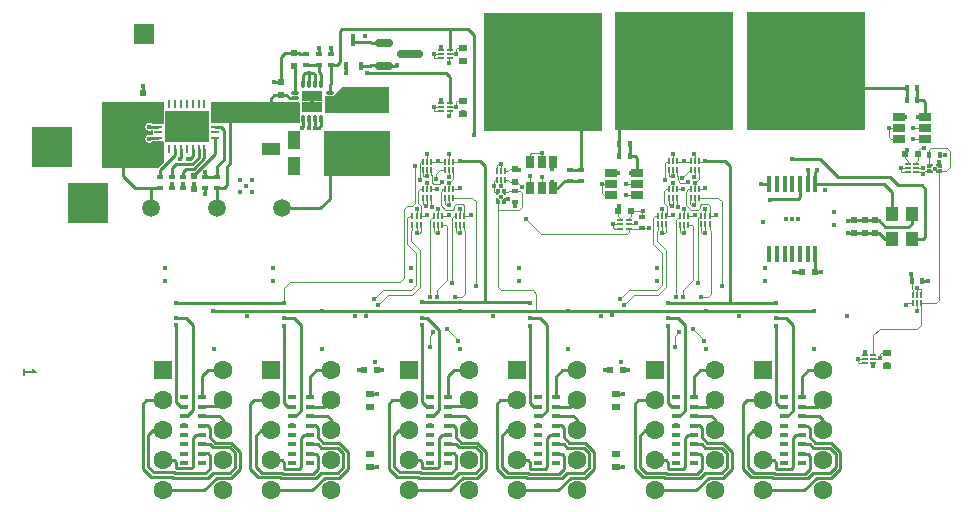
<source format=gbr>
G04 #@! TF.GenerationSoftware,KiCad,Pcbnew,7.0.9*
G04 #@! TF.CreationDate,2024-02-03T10:08:10-06:00*
G04 #@! TF.ProjectId,Stopwatch,53746f70-7761-4746-9368-2e6b69636164,rev?*
G04 #@! TF.SameCoordinates,Original*
G04 #@! TF.FileFunction,Copper,L1,Top*
G04 #@! TF.FilePolarity,Positive*
%FSLAX46Y46*%
G04 Gerber Fmt 4.6, Leading zero omitted, Abs format (unit mm)*
G04 Created by KiCad (PCBNEW 7.0.9) date 2024-02-03 10:08:10*
%MOMM*%
%LPD*%
G01*
G04 APERTURE LIST*
G04 Aperture macros list*
%AMRoundRect*
0 Rectangle with rounded corners*
0 $1 Rounding radius*
0 $2 $3 $4 $5 $6 $7 $8 $9 X,Y pos of 4 corners*
0 Add a 4 corners polygon primitive as box body*
4,1,4,$2,$3,$4,$5,$6,$7,$8,$9,$2,$3,0*
0 Add four circle primitives for the rounded corners*
1,1,$1+$1,$2,$3*
1,1,$1+$1,$4,$5*
1,1,$1+$1,$6,$7*
1,1,$1+$1,$8,$9*
0 Add four rect primitives between the rounded corners*
20,1,$1+$1,$2,$3,$4,$5,0*
20,1,$1+$1,$4,$5,$6,$7,0*
20,1,$1+$1,$6,$7,$8,$9,0*
20,1,$1+$1,$8,$9,$2,$3,0*%
%AMFreePoly0*
4,1,12,0.260000,0.029000,0.071000,-0.160000,-0.160000,-0.160000,-0.210000,-0.147000,-0.247000,-0.110000,-0.260000,-0.060000,-0.260000,0.060000,-0.247000,0.110000,-0.210000,0.147000,-0.160000,0.160000,0.260000,0.160000,0.260000,0.029000,0.260000,0.029000,$1*%
%AMFreePoly1*
4,1,12,0.260000,-0.029000,0.260000,-0.160000,-0.160000,-0.160000,-0.210000,-0.147000,-0.247000,-0.110000,-0.260000,-0.060000,-0.260000,0.060000,-0.247000,0.110000,-0.210000,0.147000,-0.160000,0.160000,0.071000,0.160000,0.260000,-0.029000,0.260000,-0.029000,$1*%
%AMFreePoly2*
4,1,12,0.210000,0.147000,0.247000,0.110000,0.260000,0.060000,0.260000,-0.060000,0.247000,-0.110000,0.210000,-0.147000,0.160000,-0.160000,-0.260000,-0.160000,-0.260000,-0.029000,-0.071000,0.160000,0.160000,0.160000,0.210000,0.147000,0.210000,0.147000,$1*%
%AMFreePoly3*
4,1,12,0.210000,0.147000,0.247000,0.110000,0.260000,0.060000,0.260000,-0.060000,0.247000,-0.110000,0.210000,-0.147000,0.160000,-0.160000,-0.071000,-0.160000,-0.260000,0.029000,-0.260000,0.160000,0.160000,0.160000,0.210000,0.147000,0.210000,0.147000,$1*%
G04 Aperture macros list end*
%ADD10C,0.150000*%
G04 #@! TA.AperFunction,NonConductor*
%ADD11C,0.150000*%
G04 #@! TD*
G04 #@! TA.AperFunction,SMDPad,CuDef*
%ADD12R,10.000000X10.000000*%
G04 #@! TD*
G04 #@! TA.AperFunction,SMDPad,CuDef*
%ADD13R,1.000000X1.600000*%
G04 #@! TD*
G04 #@! TA.AperFunction,SMDPad,CuDef*
%ADD14R,1.060000X0.650000*%
G04 #@! TD*
G04 #@! TA.AperFunction,SMDPad,CuDef*
%ADD15R,0.200000X0.570000*%
G04 #@! TD*
G04 #@! TA.AperFunction,SMDPad,CuDef*
%ADD16R,0.200000X0.520000*%
G04 #@! TD*
G04 #@! TA.AperFunction,SMDPad,CuDef*
%ADD17R,0.400000X0.600000*%
G04 #@! TD*
G04 #@! TA.AperFunction,SMDPad,CuDef*
%ADD18R,0.600000X0.500000*%
G04 #@! TD*
G04 #@! TA.AperFunction,SMDPad,CuDef*
%ADD19R,0.600000X0.400000*%
G04 #@! TD*
G04 #@! TA.AperFunction,ComponentPad*
%ADD20R,1.700000X1.700000*%
G04 #@! TD*
G04 #@! TA.AperFunction,SMDPad,CuDef*
%ADD21R,0.500000X0.600000*%
G04 #@! TD*
G04 #@! TA.AperFunction,SMDPad,CuDef*
%ADD22R,0.700000X0.600000*%
G04 #@! TD*
G04 #@! TA.AperFunction,SMDPad,CuDef*
%ADD23R,0.570000X0.200000*%
G04 #@! TD*
G04 #@! TA.AperFunction,SMDPad,CuDef*
%ADD24R,0.520000X0.200000*%
G04 #@! TD*
G04 #@! TA.AperFunction,ComponentPad*
%ADD25R,1.600000X1.600000*%
G04 #@! TD*
G04 #@! TA.AperFunction,ComponentPad*
%ADD26C,1.600000*%
G04 #@! TD*
G04 #@! TA.AperFunction,SMDPad,CuDef*
%ADD27RoundRect,0.150000X-0.587500X-0.150000X0.587500X-0.150000X0.587500X0.150000X-0.587500X0.150000X0*%
G04 #@! TD*
G04 #@! TA.AperFunction,SMDPad,CuDef*
%ADD28C,1.500000*%
G04 #@! TD*
G04 #@! TA.AperFunction,SMDPad,CuDef*
%ADD29R,0.760000X0.430000*%
G04 #@! TD*
G04 #@! TA.AperFunction,ComponentPad*
%ADD30R,3.500000X3.500000*%
G04 #@! TD*
G04 #@! TA.AperFunction,SMDPad,CuDef*
%ADD31R,0.250000X0.700000*%
G04 #@! TD*
G04 #@! TA.AperFunction,SMDPad,CuDef*
%ADD32R,0.700000X0.250000*%
G04 #@! TD*
G04 #@! TA.AperFunction,SMDPad,CuDef*
%ADD33R,1.825000X1.325000*%
G04 #@! TD*
G04 #@! TA.AperFunction,SMDPad,CuDef*
%ADD34FreePoly0,0.000000*%
G04 #@! TD*
G04 #@! TA.AperFunction,SMDPad,CuDef*
%ADD35FreePoly1,0.000000*%
G04 #@! TD*
G04 #@! TA.AperFunction,SMDPad,CuDef*
%ADD36RoundRect,0.100000X0.000000X-0.106066X0.106066X0.000000X0.000000X0.106066X-0.106066X0.000000X0*%
G04 #@! TD*
G04 #@! TA.AperFunction,SMDPad,CuDef*
%ADD37FreePoly2,0.000000*%
G04 #@! TD*
G04 #@! TA.AperFunction,SMDPad,CuDef*
%ADD38FreePoly3,0.000000*%
G04 #@! TD*
G04 #@! TA.AperFunction,SMDPad,CuDef*
%ADD39R,0.650000X1.060000*%
G04 #@! TD*
G04 #@! TA.AperFunction,SMDPad,CuDef*
%ADD40FreePoly0,270.000000*%
G04 #@! TD*
G04 #@! TA.AperFunction,SMDPad,CuDef*
%ADD41FreePoly1,270.000000*%
G04 #@! TD*
G04 #@! TA.AperFunction,SMDPad,CuDef*
%ADD42RoundRect,0.100000X-0.106066X0.000000X0.000000X-0.106066X0.106066X0.000000X0.000000X0.106066X0*%
G04 #@! TD*
G04 #@! TA.AperFunction,SMDPad,CuDef*
%ADD43FreePoly2,270.000000*%
G04 #@! TD*
G04 #@! TA.AperFunction,SMDPad,CuDef*
%ADD44FreePoly3,270.000000*%
G04 #@! TD*
G04 #@! TA.AperFunction,SMDPad,CuDef*
%ADD45R,1.100000X1.300000*%
G04 #@! TD*
G04 #@! TA.AperFunction,SMDPad,CuDef*
%ADD46O,0.750000X0.300000*%
G04 #@! TD*
G04 #@! TA.AperFunction,SMDPad,CuDef*
%ADD47O,0.300000X0.750000*%
G04 #@! TD*
G04 #@! TA.AperFunction,SMDPad,CuDef*
%ADD48R,0.900000X0.900000*%
G04 #@! TD*
G04 #@! TA.AperFunction,SMDPad,CuDef*
%ADD49R,2.790000X1.903000*%
G04 #@! TD*
G04 #@! TA.AperFunction,SMDPad,CuDef*
%ADD50R,0.450000X1.450000*%
G04 #@! TD*
G04 #@! TA.AperFunction,SMDPad,CuDef*
%ADD51R,1.600000X1.000000*%
G04 #@! TD*
G04 #@! TA.AperFunction,SMDPad,CuDef*
%ADD52R,0.450000X0.700000*%
G04 #@! TD*
G04 #@! TA.AperFunction,ViaPad*
%ADD53C,0.400000*%
G04 #@! TD*
G04 #@! TA.AperFunction,Conductor*
%ADD54C,0.254000*%
G04 #@! TD*
G04 #@! TA.AperFunction,Conductor*
%ADD55C,0.088900*%
G04 #@! TD*
G04 #@! TA.AperFunction,Conductor*
%ADD56C,0.635000*%
G04 #@! TD*
G04 APERTURE END LIST*
D10*
D11*
X86109180Y-113611188D02*
X86109180Y-113039760D01*
X86109180Y-113325474D02*
X87109180Y-113325474D01*
X87109180Y-113325474D02*
X86966323Y-113230236D01*
X86966323Y-113230236D02*
X86871085Y-113134998D01*
X86871085Y-113134998D02*
X86823466Y-113039760D01*
D12*
X152308400Y-87880000D03*
D13*
X111976000Y-93722000D03*
X108976000Y-93722000D03*
D14*
X138041400Y-98355000D03*
X138041400Y-97405000D03*
X138041400Y-96455000D03*
X135841400Y-96455000D03*
X135841400Y-97405000D03*
X135841400Y-98355000D03*
D15*
X139791800Y-100841900D03*
X140141800Y-100841900D03*
X140491800Y-100841900D03*
D16*
X140491800Y-100111900D03*
X140141800Y-100111900D03*
X139791800Y-100111900D03*
D17*
X160824600Y-90267600D03*
X161724600Y-90267600D03*
D18*
X153112400Y-104851200D03*
X152012400Y-104851200D03*
D19*
X98612800Y-96857400D03*
X98612800Y-97757400D03*
D12*
X130032600Y-87905400D03*
D18*
X160724600Y-94915800D03*
X161824600Y-94915800D03*
X136391400Y-99665600D03*
X137491400Y-99665600D03*
D20*
X96269800Y-84705000D03*
D21*
X107885200Y-89877800D03*
X107885200Y-88777800D03*
D22*
X123277600Y-91452600D03*
X123277600Y-90352600D03*
D23*
X121401100Y-90552600D03*
X121401100Y-90902600D03*
X121401100Y-91252600D03*
D24*
X122131100Y-91252600D03*
X122131100Y-90902600D03*
X122131100Y-90552600D03*
D25*
X118681400Y-113192800D03*
D26*
X118681400Y-115732800D03*
X118681400Y-118272800D03*
X118681400Y-120812800D03*
X118681400Y-123352800D03*
X123761400Y-123352800D03*
X123761400Y-120812800D03*
X123761400Y-118272800D03*
X123761400Y-115732800D03*
X123761400Y-113192800D03*
D27*
X116574300Y-85482200D03*
X116574300Y-87382200D03*
X118449300Y-86432200D03*
D28*
X107934600Y-99487800D03*
D21*
X109002800Y-87439400D03*
X109002800Y-86339400D03*
D15*
X119903600Y-96258900D03*
X120253600Y-96258900D03*
X120603600Y-96258900D03*
D16*
X120603600Y-95528900D03*
X120253600Y-95528900D03*
X119903600Y-95528900D03*
D22*
X123277600Y-86982200D03*
X123277600Y-85882200D03*
D14*
X162374600Y-93605200D03*
X162374600Y-92655200D03*
X162374600Y-91705200D03*
X160174600Y-91705200D03*
X160174600Y-92655200D03*
X160174600Y-93605200D03*
D19*
X111060200Y-86439400D03*
X111060200Y-87339400D03*
D23*
X160922100Y-95734200D03*
X160922100Y-96084200D03*
X160922100Y-96434200D03*
D24*
X161652100Y-96434200D03*
X161652100Y-96084200D03*
X161652100Y-95734200D03*
D29*
X99620600Y-115463200D03*
X99620600Y-116263200D03*
X99620600Y-117063200D03*
X99620600Y-117863200D03*
X99620600Y-118663200D03*
X99620600Y-119463200D03*
X99620600Y-120263200D03*
X99620600Y-121063200D03*
X101140600Y-121063200D03*
X101140600Y-120263200D03*
X101140600Y-119463200D03*
X101140600Y-118663200D03*
X101140600Y-117863200D03*
X101140600Y-117063200D03*
X101140600Y-116263200D03*
X101140600Y-115463200D03*
D19*
X132318600Y-96218400D03*
X132318600Y-97118400D03*
D30*
X94498000Y-94306200D03*
X88498000Y-94306200D03*
X91498000Y-99006200D03*
D17*
X136491400Y-95017400D03*
X137391400Y-95017400D03*
D15*
X122646800Y-100849100D03*
X122996800Y-100849100D03*
X123346800Y-100849100D03*
D16*
X123346800Y-100119100D03*
X122996800Y-100119100D03*
X122646800Y-100119100D03*
D23*
X136588900Y-100484000D03*
X136588900Y-100834000D03*
X136588900Y-101184000D03*
D24*
X137318900Y-101184000D03*
X137318900Y-100834000D03*
X137318900Y-100484000D03*
D28*
X102422800Y-99487800D03*
D19*
X112127000Y-86439400D03*
X112127000Y-87339400D03*
D22*
X115366600Y-116273200D03*
X115366600Y-115173200D03*
X136194600Y-116273200D03*
X136194600Y-115173200D03*
D21*
X156413200Y-101591200D03*
X156413200Y-100491200D03*
D28*
X96885600Y-99487800D03*
D21*
X96189800Y-90821600D03*
X96189800Y-89721600D03*
D17*
X162745000Y-94945200D03*
X163645000Y-94945200D03*
D15*
X143449400Y-100841900D03*
X143799400Y-100841900D03*
X144149400Y-100841900D03*
D16*
X144149400Y-100111900D03*
X143799400Y-100111900D03*
X143449400Y-100111900D03*
D15*
X140706200Y-98563100D03*
X141056200Y-98563100D03*
X141406200Y-98563100D03*
D16*
X141406200Y-97833100D03*
X141056200Y-97833100D03*
X140706200Y-97833100D03*
D31*
X101382800Y-90653600D03*
X100882800Y-90653600D03*
X100382800Y-90653600D03*
X99882800Y-90653600D03*
X99382800Y-90653600D03*
X98882800Y-90653600D03*
X98382800Y-90653600D03*
D32*
X97482800Y-91553600D03*
X97482800Y-92053600D03*
X97482800Y-92553600D03*
X97482800Y-93053600D03*
X97482800Y-93553600D03*
D31*
X98382800Y-94453600D03*
X98882800Y-94453600D03*
X99382800Y-94453600D03*
X99882800Y-94453600D03*
X100382800Y-94453600D03*
X100882800Y-94453600D03*
X101382800Y-94453600D03*
D32*
X102282800Y-93553600D03*
X102282800Y-93053600D03*
X102282800Y-92553600D03*
X102282800Y-92053600D03*
X102282800Y-91553600D03*
D33*
X100795300Y-91891100D03*
X98970300Y-91891100D03*
X100795300Y-93216100D03*
X98970300Y-93216100D03*
D17*
X161246400Y-105664000D03*
X162146400Y-105664000D03*
D21*
X127670400Y-96118400D03*
X127670400Y-97218400D03*
D13*
X111976000Y-95906400D03*
X108976000Y-95906400D03*
D29*
X150420600Y-115463200D03*
X150420600Y-116263200D03*
X150420600Y-117063200D03*
X150420600Y-117863200D03*
X150420600Y-118663200D03*
X150420600Y-119463200D03*
X150420600Y-120263200D03*
X150420600Y-121063200D03*
X151940600Y-121063200D03*
X151940600Y-120263200D03*
X151940600Y-119463200D03*
X151940600Y-118663200D03*
X151940600Y-117863200D03*
X151940600Y-117063200D03*
X151940600Y-116263200D03*
X151940600Y-115463200D03*
D12*
X141132400Y-87880000D03*
D25*
X127825400Y-113192800D03*
D26*
X127825400Y-115732800D03*
X127825400Y-118272800D03*
X127825400Y-120812800D03*
X127825400Y-123352800D03*
X132905400Y-123352800D03*
X132905400Y-120812800D03*
X132905400Y-118272800D03*
X132905400Y-115732800D03*
X132905400Y-113192800D03*
D34*
X162805000Y-95873600D03*
D35*
X162805000Y-96353600D03*
D36*
X163195000Y-96113600D03*
D37*
X163585000Y-96353600D03*
D38*
X163585000Y-95873600D03*
D39*
X128981000Y-97768400D03*
X129931000Y-97768400D03*
X130881000Y-97768400D03*
X130881000Y-95568400D03*
X129931000Y-95568400D03*
X128981000Y-95568400D03*
D21*
X100517800Y-96757400D03*
X100517800Y-97857400D03*
D15*
X121732400Y-98570300D03*
X122082400Y-98570300D03*
X122432400Y-98570300D03*
D16*
X122432400Y-97840300D03*
X122082400Y-97840300D03*
X121732400Y-97840300D03*
D22*
X159166400Y-112788600D03*
X159166400Y-111688600D03*
D19*
X138465400Y-101131600D03*
X138465400Y-100231600D03*
D15*
X141620600Y-100849100D03*
X141970600Y-100849100D03*
X142320600Y-100849100D03*
D16*
X142320600Y-100119100D03*
X141970600Y-100119100D03*
X141620600Y-100119100D03*
D15*
X162046400Y-106784700D03*
X161696400Y-106784700D03*
X161346400Y-106784700D03*
D16*
X161346400Y-107514700D03*
X161696400Y-107514700D03*
X162046400Y-107514700D03*
D19*
X109993400Y-87339400D03*
X109993400Y-86439400D03*
D15*
X120818000Y-100849100D03*
X121168000Y-100849100D03*
X121518000Y-100849100D03*
D16*
X121518000Y-100119100D03*
X121168000Y-100119100D03*
X120818000Y-100119100D03*
D40*
X126742000Y-98107200D03*
D41*
X126262000Y-98107200D03*
D42*
X126502000Y-98497200D03*
D43*
X126262000Y-98887200D03*
D44*
X126742000Y-98887200D03*
D15*
X142535000Y-98563100D03*
X142885000Y-98563100D03*
X143235000Y-98563100D03*
D16*
X143235000Y-97833100D03*
X142885000Y-97833100D03*
X142535000Y-97833100D03*
D15*
X142535000Y-96233500D03*
X142885000Y-96233500D03*
X143235000Y-96233500D03*
D16*
X143235000Y-95503500D03*
X142885000Y-95503500D03*
X142535000Y-95503500D03*
D45*
X161251400Y-102096000D03*
X161251400Y-99996000D03*
X159601400Y-99996000D03*
X159601400Y-102096000D03*
D29*
X108764600Y-115463200D03*
X108764600Y-116263200D03*
X108764600Y-117063200D03*
X108764600Y-117863200D03*
X108764600Y-118663200D03*
X108764600Y-119463200D03*
X108764600Y-120263200D03*
X108764600Y-121063200D03*
X110284600Y-121063200D03*
X110284600Y-120263200D03*
X110284600Y-119463200D03*
X110284600Y-118663200D03*
X110284600Y-117863200D03*
X110284600Y-117063200D03*
X110284600Y-116263200D03*
X110284600Y-115463200D03*
D25*
X97853400Y-113192800D03*
D26*
X97853400Y-115732800D03*
X97853400Y-118272800D03*
X97853400Y-120812800D03*
X97853400Y-123352800D03*
X102933400Y-123352800D03*
X102933400Y-120812800D03*
X102933400Y-118272800D03*
X102933400Y-115732800D03*
X102933400Y-113192800D03*
D19*
X97647600Y-97757400D03*
X97647600Y-96857400D03*
D29*
X129592600Y-115463200D03*
X129592600Y-116263200D03*
X129592600Y-117063200D03*
X129592600Y-117863200D03*
X129592600Y-118663200D03*
X129592600Y-119463200D03*
X129592600Y-120263200D03*
X129592600Y-121063200D03*
X131112600Y-121063200D03*
X131112600Y-120263200D03*
X131112600Y-119463200D03*
X131112600Y-118663200D03*
X131112600Y-117863200D03*
X131112600Y-117063200D03*
X131112600Y-116263200D03*
X131112600Y-115463200D03*
D19*
X102422800Y-97757400D03*
X102422800Y-96857400D03*
D15*
X119903600Y-98570300D03*
X120253600Y-98570300D03*
X120603600Y-98570300D03*
D16*
X120603600Y-97840300D03*
X120253600Y-97840300D03*
X119903600Y-97840300D03*
D17*
X160824600Y-89302400D03*
X161724600Y-89302400D03*
D23*
X121401100Y-86082200D03*
X121401100Y-86432200D03*
X121401100Y-86782200D03*
D24*
X122131100Y-86782200D03*
X122131100Y-86432200D03*
X122131100Y-86082200D03*
D19*
X99578000Y-96857400D03*
X99578000Y-97757400D03*
D15*
X126852000Y-96315900D03*
X126502000Y-96315900D03*
X126152000Y-96315900D03*
D16*
X126152000Y-97045900D03*
X126502000Y-97045900D03*
X126852000Y-97045900D03*
D25*
X148653400Y-113192800D03*
D26*
X148653400Y-115732800D03*
X148653400Y-118272800D03*
X148653400Y-120812800D03*
X148653400Y-123352800D03*
X153733400Y-123352800D03*
X153733400Y-120812800D03*
X153733400Y-118272800D03*
X153733400Y-115732800D03*
X153733400Y-113192800D03*
D19*
X133283800Y-96218400D03*
X133283800Y-97118400D03*
D22*
X115366600Y-120253200D03*
X115366600Y-121353200D03*
D19*
X127670400Y-98047200D03*
X127670400Y-98947200D03*
D46*
X111976400Y-91170000D03*
X111976400Y-90670000D03*
X111976400Y-90170000D03*
X111976400Y-89670000D03*
D47*
X111251400Y-88945000D03*
X110751400Y-88945000D03*
X110251400Y-88945000D03*
X109751400Y-88945000D03*
D46*
X109026400Y-89670000D03*
X109026400Y-90170000D03*
X109026400Y-90670000D03*
X109026400Y-91170000D03*
D47*
X109751400Y-91895000D03*
X110251400Y-91895000D03*
X110751400Y-91895000D03*
X111251400Y-91895000D03*
D48*
X110951400Y-90870000D03*
X110951400Y-89970000D03*
X110051400Y-90870000D03*
X110051400Y-89970000D03*
D21*
X157302200Y-101591200D03*
X157302200Y-100491200D03*
D15*
X118989200Y-100849100D03*
X119339200Y-100849100D03*
X119689200Y-100849100D03*
D16*
X119689200Y-100119100D03*
X119339200Y-100119100D03*
X118989200Y-100119100D03*
D15*
X121732400Y-96258900D03*
X122082400Y-96258900D03*
X122432400Y-96258900D03*
D16*
X122432400Y-95528900D03*
X122082400Y-95528900D03*
X121732400Y-95528900D03*
D22*
X136194600Y-120253200D03*
X136194600Y-121353200D03*
D29*
X141276600Y-115463200D03*
X141276600Y-116263200D03*
X141276600Y-117063200D03*
X141276600Y-117863200D03*
X141276600Y-118663200D03*
X141276600Y-119463200D03*
X141276600Y-120263200D03*
X141276600Y-121063200D03*
X142796600Y-121063200D03*
X142796600Y-120263200D03*
X142796600Y-119463200D03*
X142796600Y-118663200D03*
X142796600Y-117863200D03*
X142796600Y-117063200D03*
X142796600Y-116263200D03*
X142796600Y-115463200D03*
D49*
X115620800Y-90258100D03*
X115620800Y-95111100D03*
D50*
X153115400Y-97426800D03*
X152465400Y-97426800D03*
X151815400Y-97426800D03*
X151165400Y-97426800D03*
X150515400Y-97426800D03*
X149865400Y-97426800D03*
X149215400Y-97426800D03*
X149215400Y-103326800D03*
X149865400Y-103326800D03*
X150515400Y-103326800D03*
X151165400Y-103326800D03*
X151815400Y-103326800D03*
X152465400Y-103326800D03*
X153115400Y-103326800D03*
D51*
X106996200Y-91485400D03*
X106996200Y-94485400D03*
D25*
X139509400Y-113192800D03*
D26*
X139509400Y-115732800D03*
X139509400Y-118272800D03*
X139509400Y-120812800D03*
X139509400Y-123352800D03*
X144589400Y-123352800D03*
X144589400Y-120812800D03*
X144589400Y-118272800D03*
X144589400Y-115732800D03*
X144589400Y-113192800D03*
D25*
X106997400Y-113192800D03*
D26*
X106997400Y-115732800D03*
X106997400Y-118272800D03*
X106997400Y-120812800D03*
X106997400Y-123352800D03*
X112077400Y-123352800D03*
X112077400Y-120812800D03*
X112077400Y-118272800D03*
X112077400Y-115732800D03*
X112077400Y-113192800D03*
D18*
X114891600Y-113183200D03*
X115991600Y-113183200D03*
D17*
X136491400Y-94052200D03*
X137391400Y-94052200D03*
D29*
X120448600Y-115463200D03*
X120448600Y-116263200D03*
X120448600Y-117063200D03*
X120448600Y-117863200D03*
X120448600Y-118663200D03*
X120448600Y-119463200D03*
X120448600Y-120263200D03*
X120448600Y-121063200D03*
X121968600Y-121063200D03*
X121968600Y-120263200D03*
X121968600Y-119463200D03*
X121968600Y-118663200D03*
X121968600Y-117863200D03*
X121968600Y-117063200D03*
X121968600Y-116263200D03*
X121968600Y-115463200D03*
D21*
X158191200Y-101591200D03*
X158191200Y-100491200D03*
D19*
X101457600Y-96857400D03*
X101457600Y-97757400D03*
D23*
X157289900Y-111888600D03*
X157289900Y-112238600D03*
X157289900Y-112588600D03*
D24*
X158019900Y-112588600D03*
X158019900Y-112238600D03*
X158019900Y-111888600D03*
D52*
X113330828Y-87432200D03*
X114630828Y-87432200D03*
X113980828Y-85432200D03*
D15*
X140706200Y-96226300D03*
X141056200Y-96226300D03*
X141406200Y-96226300D03*
D16*
X141406200Y-95496300D03*
X141056200Y-95496300D03*
X140706200Y-95496300D03*
D18*
X135707000Y-113183200D03*
X136807000Y-113183200D03*
D53*
X96850200Y-90855800D03*
X104876600Y-97561400D03*
X110769400Y-92633800D03*
X146608800Y-108581300D03*
X120142000Y-99263200D03*
X109993400Y-90982800D03*
X98039610Y-104513000D03*
X108940600Y-93726000D03*
X150647400Y-100376800D03*
X162610800Y-105664000D03*
X120243600Y-96774000D03*
X121158000Y-101574600D03*
X142863411Y-96783510D03*
X152984200Y-111379000D03*
X148539200Y-97409000D03*
X155854400Y-100507800D03*
X102179810Y-111345600D03*
X111323810Y-111371000D03*
X114092410Y-108581300D03*
X153898600Y-97891600D03*
X151663400Y-100376800D03*
X126502000Y-98497200D03*
X142865000Y-99212400D03*
X104368600Y-98124200D03*
X114985800Y-84861400D03*
X118867610Y-104513000D03*
X108940600Y-95910400D03*
X161366200Y-92659200D03*
X96189800Y-89154000D03*
X139695610Y-104538400D03*
X107238800Y-88773000D03*
X162306000Y-94335600D03*
X160324800Y-96088200D03*
X108940600Y-94244000D03*
X156692600Y-112242600D03*
X117652800Y-87376000D03*
X108940600Y-93228000D03*
X108940600Y-96428400D03*
X137239900Y-113182400D03*
X110261400Y-88036400D03*
X120827800Y-90906600D03*
X122986800Y-101574600D03*
X110501400Y-90420000D03*
X148666200Y-100634800D03*
X151282400Y-104851200D03*
X125776410Y-108581300D03*
X105384600Y-97108200D03*
X143835810Y-111371000D03*
X123007810Y-111345600D03*
X105384600Y-98124200D03*
X120819900Y-86440200D03*
X122072400Y-99212400D03*
X119354600Y-101574600D03*
X104948410Y-108581300D03*
X127660400Y-99263200D03*
X99949000Y-95275400D03*
X129921000Y-96824800D03*
X116408200Y-113182400D03*
X154660600Y-100914200D03*
X106984800Y-94564200D03*
X140934600Y-99263200D03*
X163195000Y-96113600D03*
X128295400Y-97688400D03*
X128011610Y-104538400D03*
X138480800Y-99669600D03*
X107183610Y-104538400D03*
X101447600Y-98298000D03*
X104368600Y-97108200D03*
X126517400Y-95707200D03*
X151165400Y-100376800D03*
X141036200Y-96774000D03*
X106486800Y-94564200D03*
X161696400Y-106248200D03*
X148844000Y-104546400D03*
X122070811Y-96783510D03*
X107502800Y-94564200D03*
X109993400Y-89966800D03*
X155748410Y-108581300D03*
X111009400Y-90982800D03*
X140147200Y-101574600D03*
X143779400Y-101574600D03*
X135991600Y-100838000D03*
X108940600Y-95412400D03*
X141950600Y-101574600D03*
X164084000Y-94945200D03*
X137083800Y-97409000D03*
X111009400Y-89966800D03*
X134920410Y-108581300D03*
X132151810Y-111371000D03*
X104368600Y-90834400D03*
X104876600Y-91287600D03*
X104368600Y-91850400D03*
X105384600Y-91850400D03*
X105384600Y-90834400D03*
X99339400Y-95275400D03*
X98602800Y-97383902D03*
X98831400Y-91973400D03*
X100863400Y-92989400D03*
X100355400Y-92481400D03*
X99847400Y-91973400D03*
X99847400Y-92989400D03*
X100507800Y-97383902D03*
X100863400Y-91973400D03*
X99568000Y-97383902D03*
X99339400Y-92481400D03*
X98831400Y-92989400D03*
X130845400Y-96118400D03*
X130845400Y-97218400D03*
X136391400Y-96490600D03*
X137491400Y-96490600D03*
X160724600Y-91740800D03*
X161824600Y-91740800D03*
X128026000Y-96218400D03*
X136491400Y-99310000D03*
X160824600Y-94560200D03*
X112293400Y-93726000D03*
X135259500Y-113181600D03*
X140147200Y-99542600D03*
X122072400Y-94869000D03*
X112293400Y-95910400D03*
X116001800Y-115163600D03*
X121412000Y-90271600D03*
X136834300Y-121360400D03*
X120243600Y-97307400D03*
X142865000Y-94869000D03*
X122674100Y-86440200D03*
X122682000Y-90906600D03*
X148844000Y-105638600D03*
X114427000Y-113182400D03*
X155854400Y-101574600D03*
X126493679Y-97557220D03*
X141036200Y-94869000D03*
X137896600Y-100711000D03*
X111074200Y-85902800D03*
X120243600Y-94869000D03*
X112293400Y-96428400D03*
X154660600Y-99822000D03*
X139695610Y-105630600D03*
X98039610Y-105605200D03*
X142915800Y-97307400D03*
X118867610Y-105605200D03*
X121158000Y-99542600D03*
X162179000Y-96037400D03*
X157302200Y-111607600D03*
X119532400Y-86436200D03*
X119354600Y-99542600D03*
X111785400Y-93726000D03*
X112115600Y-85902800D03*
X153619200Y-104851200D03*
X112293400Y-94244000D03*
X112293400Y-93228000D03*
X111785400Y-94244000D03*
X107183610Y-105630600D03*
X141950600Y-99542600D03*
X110236000Y-92659200D03*
X163576000Y-95571702D03*
X127057376Y-98654360D03*
X121404100Y-85805200D03*
X161696400Y-108153200D03*
X141036200Y-97307400D03*
X111785400Y-95412400D03*
X111785400Y-95910400D03*
X122123200Y-97307400D03*
X159334200Y-92659200D03*
X112293400Y-95412400D03*
X115798600Y-112471200D03*
X135051800Y-97409000D03*
X111785400Y-96428400D03*
X158563435Y-112150499D03*
X128011610Y-105630600D03*
X143779400Y-99542600D03*
X136834300Y-115162800D03*
X116001800Y-121361200D03*
X129921000Y-94792800D03*
X136631100Y-112470400D03*
X111785400Y-93228000D03*
X122986800Y-99542600D03*
X123269700Y-86886200D03*
X136199100Y-116172400D03*
X136199100Y-120352400D03*
X123277600Y-91352600D03*
X159166400Y-112688600D03*
X115366600Y-116173200D03*
X115366600Y-120353200D03*
X101447600Y-96367600D03*
X115112800Y-88011000D03*
X124231400Y-93243400D03*
X151155400Y-95300800D03*
X153238200Y-96266000D03*
X108127800Y-107467400D03*
X141833600Y-96901000D03*
X128600200Y-100380800D03*
X139008650Y-101142800D03*
X98983800Y-107467400D03*
X120986000Y-96977200D03*
X119237650Y-95910400D03*
X152476200Y-96266000D03*
X149225000Y-98755200D03*
X113334800Y-88011000D03*
X109677200Y-92633800D03*
X113969800Y-84861400D03*
X160817400Y-107617400D03*
X96723200Y-92557600D03*
X96723200Y-93573600D03*
X161239200Y-105003600D03*
X122115300Y-87176800D03*
X122123200Y-91643200D03*
X158013400Y-112852200D03*
X128981200Y-96748600D03*
X137083800Y-98348800D03*
X161366200Y-93599000D03*
X125857000Y-97561400D03*
X162179000Y-96596200D03*
X149783800Y-107467400D03*
X140639800Y-107467400D03*
X143789400Y-95456400D03*
X119811800Y-107442000D03*
X122996800Y-95456400D03*
X128955800Y-107467400D03*
X132130800Y-108127800D03*
X123012200Y-108127800D03*
X111328200Y-108127800D03*
X152958800Y-108127800D03*
X115062000Y-108559600D03*
X135864600Y-108483400D03*
X102082600Y-108127800D03*
X143814800Y-108127800D03*
X141046200Y-100046600D03*
X141450878Y-99366456D03*
X142875000Y-100046600D03*
X144703800Y-100046600D03*
X141888100Y-97840300D03*
X140401200Y-97053400D03*
X142285800Y-97210800D03*
X143789400Y-97767800D03*
X141960600Y-95456400D03*
X120253600Y-100046600D03*
X120658278Y-99366456D03*
X122082400Y-100046600D03*
X123911200Y-100046600D03*
X119608600Y-97053400D03*
X121095500Y-97840300D03*
X121526300Y-97243900D03*
X122996800Y-97767800D03*
X121168000Y-95456400D03*
X150420600Y-115463200D03*
X149783800Y-109423200D03*
X149783800Y-108788200D03*
X150420600Y-117863200D03*
X150420600Y-118663200D03*
X150420600Y-119463200D03*
X150418800Y-120269000D03*
X141272210Y-115455200D03*
X141868800Y-106959400D03*
X141563310Y-109982000D03*
X141256610Y-111220400D03*
X140635410Y-109415200D03*
X136560200Y-107188000D03*
X141310000Y-106959400D03*
X140635410Y-108780200D03*
X136865000Y-107674300D03*
X141272210Y-117855200D03*
X143164200Y-105791000D03*
X141272210Y-118655200D03*
X141272210Y-119455200D03*
X143392800Y-106959400D03*
X145196200Y-106070400D03*
X141270410Y-120261000D03*
X142732400Y-109728000D03*
X143668410Y-110684600D03*
X129588210Y-115455200D03*
X128951410Y-109415200D03*
X128951410Y-108780200D03*
X129588210Y-117855200D03*
X129588210Y-118655200D03*
X129588210Y-119455200D03*
X129586410Y-120261000D03*
X120444210Y-111220400D03*
X120444210Y-115429800D03*
X121056400Y-106959400D03*
X120750910Y-109982000D03*
X115747800Y-107188000D03*
X119807410Y-109389800D03*
X120497600Y-106959400D03*
X119807410Y-108754800D03*
X116052600Y-107674300D03*
X120444210Y-117829800D03*
X122351800Y-105791000D03*
X120444210Y-118629800D03*
X120444210Y-119429800D03*
X122580400Y-106959400D03*
X122856010Y-110684600D03*
X121920000Y-109728000D03*
X124383800Y-106070400D03*
X120442410Y-120235600D03*
X108760210Y-115455200D03*
X108123410Y-109415200D03*
X108123410Y-108780200D03*
X108760210Y-117855200D03*
X108760210Y-118655200D03*
X108760210Y-119455200D03*
X108758410Y-120261000D03*
X99616210Y-115429800D03*
X98979410Y-109389800D03*
X98979410Y-108754800D03*
X99616210Y-117829800D03*
X99616210Y-118629800D03*
X99616210Y-119429800D03*
X99614410Y-120235600D03*
D54*
X96885600Y-97767400D02*
X96875600Y-97757400D01*
X96875600Y-97757400D02*
X95496800Y-97757400D01*
X96885600Y-99487800D02*
X96885600Y-97767400D01*
X95496800Y-97757400D02*
X94498000Y-96758600D01*
X94498000Y-96758600D02*
X94498000Y-94306200D01*
X97647600Y-97757400D02*
X96875600Y-97757400D01*
D55*
X142875000Y-96258900D02*
X142875000Y-96771921D01*
X120253600Y-96258900D02*
X120253600Y-96764000D01*
X161824600Y-95350400D02*
X161824600Y-94915800D01*
X119903600Y-99126400D02*
X119903600Y-98570300D01*
X160324800Y-96367600D02*
X160324800Y-96088200D01*
X157289900Y-112588600D02*
X156759200Y-112588600D01*
X122082400Y-96771921D02*
X122070811Y-96783510D01*
X119339200Y-101559200D02*
X119339200Y-100849100D01*
D54*
X111074200Y-92633800D02*
X110769400Y-92633800D01*
X160985200Y-101041200D02*
X161251400Y-100775000D01*
X110751400Y-92615800D02*
X110769400Y-92633800D01*
D55*
X140696200Y-96258900D02*
X140696200Y-96713400D01*
X129931000Y-96834800D02*
X129921000Y-96824800D01*
X121401100Y-91252600D02*
X120869000Y-91252600D01*
D54*
X101457600Y-97757400D02*
X101457600Y-98288000D01*
D55*
X122646800Y-101488600D02*
X122732800Y-101574600D01*
X122996800Y-101564600D02*
X122986800Y-101574600D01*
D54*
X161251400Y-100775000D02*
X161251400Y-99996000D01*
D55*
X157289900Y-112238600D02*
X156696600Y-112238600D01*
X119583200Y-101574600D02*
X119689200Y-101468600D01*
X137087800Y-97405000D02*
X137083800Y-97409000D01*
X161696400Y-106784700D02*
X161696400Y-106248200D01*
D54*
X149215400Y-97426800D02*
X148557000Y-97426800D01*
X155871000Y-100491200D02*
X155854400Y-100507800D01*
X110751400Y-88170800D02*
X110617000Y-88036400D01*
D55*
X161824600Y-94915800D02*
X161824600Y-94537600D01*
D54*
X109905800Y-88036400D02*
X110261400Y-88036400D01*
D55*
X138041400Y-97405000D02*
X137087800Y-97405000D01*
X161370200Y-92655200D02*
X161366200Y-92659200D01*
D54*
X162146400Y-105664000D02*
X162610800Y-105664000D01*
X109502600Y-86439400D02*
X109402600Y-86339400D01*
D55*
X141610600Y-101488600D02*
X141696600Y-101574600D01*
X120861100Y-86786200D02*
X120819900Y-86745000D01*
X142875000Y-98570300D02*
X142875000Y-99202400D01*
X135995600Y-100834000D02*
X135991600Y-100838000D01*
X142875000Y-99202400D02*
X142865000Y-99212400D01*
X138476800Y-99665600D02*
X138480800Y-99669600D01*
X136083600Y-101184000D02*
X136588900Y-101184000D01*
D54*
X114630828Y-87432200D02*
X115386800Y-87432200D01*
D55*
X140147200Y-101574600D02*
X140131800Y-101559200D01*
D54*
X109993400Y-86439400D02*
X109502600Y-86439400D01*
D55*
X141046200Y-96258900D02*
X141046200Y-96764000D01*
X161652100Y-95522900D02*
X161824600Y-95350400D01*
X141960600Y-101564600D02*
X141950600Y-101574600D01*
D54*
X107885200Y-88777800D02*
X107243600Y-88777800D01*
D55*
X120823900Y-86436200D02*
X120819900Y-86440200D01*
X135991600Y-101092000D02*
X136083600Y-101184000D01*
X121393200Y-86436200D02*
X120823900Y-86436200D01*
X137318900Y-100323500D02*
X137491400Y-100151000D01*
X140696200Y-99126400D02*
X140696200Y-98570300D01*
D54*
X107885200Y-88777800D02*
X107885200Y-86628000D01*
D55*
X140934600Y-99263200D02*
X140833000Y-99263200D01*
X126517400Y-96300500D02*
X126502000Y-96315900D01*
X140756800Y-96774000D02*
X141036200Y-96774000D01*
X160328800Y-96084200D02*
X160324800Y-96088200D01*
X126238000Y-95707200D02*
X126517400Y-95707200D01*
X137491400Y-100151000D02*
X137491400Y-99665600D01*
X120818000Y-101488600D02*
X120904000Y-101574600D01*
D54*
X108173800Y-86339400D02*
X109002800Y-86339400D01*
D55*
X160922100Y-96434200D02*
X160391400Y-96434200D01*
X142875000Y-96771921D02*
X142863411Y-96783510D01*
D54*
X116568100Y-87376000D02*
X116574300Y-87382200D01*
D55*
X160391400Y-96434200D02*
X160324800Y-96367600D01*
X163645000Y-94945200D02*
X164084000Y-94945200D01*
D54*
X101457600Y-98288000D02*
X101447600Y-98298000D01*
X96189800Y-89721600D02*
X96189800Y-89154000D01*
D55*
X138465400Y-99685000D02*
X138480800Y-99669600D01*
X119689200Y-101468600D02*
X119689200Y-100849100D01*
X119354600Y-101574600D02*
X119583200Y-101574600D01*
X119354600Y-101574600D02*
X119339200Y-101559200D01*
D54*
X110251400Y-88046400D02*
X110261400Y-88036400D01*
D55*
X161824600Y-94537600D02*
X162026600Y-94335600D01*
X143439400Y-100849100D02*
X143439400Y-101488600D01*
X162001200Y-106273600D02*
X161721800Y-106273600D01*
D54*
X115443000Y-87376000D02*
X116568100Y-87376000D01*
D55*
X121168000Y-101564600D02*
X121158000Y-101574600D01*
D54*
X109751400Y-88945000D02*
X109751400Y-88190800D01*
X110751400Y-91895000D02*
X110751400Y-92615800D01*
D55*
X121818400Y-99212400D02*
X122072400Y-99212400D01*
X140934600Y-99263200D02*
X141046200Y-99151600D01*
X120869000Y-91252600D02*
X120827800Y-91211400D01*
X162026600Y-94335600D02*
X162306000Y-94335600D01*
X122082400Y-99202400D02*
X122072400Y-99212400D01*
X122996800Y-100849100D02*
X122996800Y-101564600D01*
D54*
X156413200Y-100491200D02*
X155871000Y-100491200D01*
D55*
X143789400Y-100849100D02*
X143789400Y-101564600D01*
X127119500Y-97045900D02*
X127292000Y-97218400D01*
X156692600Y-112522000D02*
X156692600Y-112242600D01*
X122732800Y-101574600D02*
X122986800Y-101574600D01*
X115992400Y-113182400D02*
X115991600Y-113183200D01*
X121393200Y-86786200D02*
X120861100Y-86786200D01*
X120904000Y-101574600D02*
X121158000Y-101574600D01*
X120819900Y-86745000D02*
X120819900Y-86440200D01*
D54*
X111251400Y-91895000D02*
X111251400Y-92456600D01*
D55*
X120142000Y-99263200D02*
X120253600Y-99151600D01*
X126852000Y-97045900D02*
X127119500Y-97045900D01*
D54*
X107243600Y-88777800D02*
X107238800Y-88773000D01*
D55*
X140481800Y-101468600D02*
X140481800Y-100849100D01*
X142611000Y-99212400D02*
X142865000Y-99212400D01*
X122646800Y-100849100D02*
X122646800Y-101488600D01*
X162046400Y-106318800D02*
X162001200Y-106273600D01*
X143439400Y-101488600D02*
X143525400Y-101574600D01*
X120818000Y-100849100D02*
X120818000Y-101488600D01*
X142525000Y-99126400D02*
X142611000Y-99212400D01*
X119903600Y-96258900D02*
X119903600Y-96713400D01*
X137491400Y-99665600D02*
X138476800Y-99665600D01*
D54*
X116574300Y-87382200D02*
X117646600Y-87382200D01*
D55*
X129931000Y-97768400D02*
X129931000Y-96834800D01*
X120827800Y-91211400D02*
X120827800Y-90906600D01*
X136824900Y-113181600D02*
X136824100Y-113182400D01*
X127292000Y-97218400D02*
X127670400Y-97218400D01*
X140696200Y-96713400D02*
X140756800Y-96774000D01*
X126152000Y-96315900D02*
X126152000Y-95793200D01*
X141046200Y-99151600D02*
X141046200Y-98570300D01*
X127670400Y-97218400D02*
X127825400Y-97218400D01*
X127670400Y-99253200D02*
X127660400Y-99263200D01*
D54*
X117646600Y-87382200D02*
X117652800Y-87376000D01*
X110751400Y-88945000D02*
X110751400Y-88170800D01*
D55*
X122082400Y-96258900D02*
X122082400Y-96771921D01*
X141696600Y-101574600D02*
X141950600Y-101574600D01*
D54*
X109402600Y-86339400D02*
X109002800Y-86339400D01*
D55*
X121401100Y-90902600D02*
X120831800Y-90902600D01*
X120253600Y-99151600D02*
X120253600Y-98570300D01*
X126152000Y-95793200D02*
X126238000Y-95707200D01*
D54*
X156413200Y-100491200D02*
X158191200Y-100491200D01*
D55*
X120142000Y-99263200D02*
X120040400Y-99263200D01*
X156759200Y-112588600D02*
X156692600Y-112522000D01*
X162374600Y-92655200D02*
X161370200Y-92655200D01*
X127825400Y-97218400D02*
X128295400Y-97688400D01*
X121168000Y-100849100D02*
X121168000Y-101564600D01*
X126517400Y-95707200D02*
X126517400Y-96300500D01*
X142525000Y-98570300D02*
X142525000Y-99126400D01*
X161652100Y-95734200D02*
X161652100Y-95522900D01*
X135991600Y-100838000D02*
X135991600Y-101092000D01*
D54*
X159029400Y-101041200D02*
X160985200Y-101041200D01*
X100382800Y-95057600D02*
X100382800Y-94453600D01*
X100165000Y-95275400D02*
X100382800Y-95057600D01*
D55*
X121732400Y-99126400D02*
X121818400Y-99212400D01*
D54*
X158479400Y-100491200D02*
X159029400Y-101041200D01*
D55*
X120831800Y-90902600D02*
X120827800Y-90906600D01*
X161721800Y-106273600D02*
X161696400Y-106248200D01*
D54*
X107885200Y-86628000D02*
X108173800Y-86339400D01*
D55*
X140147200Y-101574600D02*
X140375800Y-101574600D01*
X141046200Y-96764000D02*
X141036200Y-96774000D01*
X136588900Y-100834000D02*
X135995600Y-100834000D01*
X138465400Y-100231600D02*
X138465400Y-99685000D01*
D54*
X99949000Y-95275400D02*
X100165000Y-95275400D01*
X158191200Y-100491200D02*
X158479400Y-100491200D01*
D55*
X162046400Y-106784700D02*
X162046400Y-106318800D01*
X121732400Y-98570300D02*
X121732400Y-99126400D01*
D54*
X152012400Y-104851200D02*
X151282400Y-104851200D01*
X111251400Y-92456600D02*
X111074200Y-92633800D01*
D55*
X119964200Y-96774000D02*
X120243600Y-96774000D01*
D54*
X110617000Y-88036400D02*
X110261400Y-88036400D01*
D55*
X156696600Y-112238600D02*
X156692600Y-112242600D01*
X137318900Y-100484000D02*
X137318900Y-100323500D01*
D54*
X148557000Y-97426800D02*
X148539200Y-97409000D01*
D55*
X120040400Y-99263200D02*
X119903600Y-99126400D01*
X140131800Y-101559200D02*
X140131800Y-100849100D01*
X140833000Y-99263200D02*
X140696200Y-99126400D01*
X122082400Y-98570300D02*
X122082400Y-99202400D01*
X116408200Y-113182400D02*
X115992400Y-113182400D01*
X141610600Y-100849100D02*
X141610600Y-101488600D01*
X127670400Y-98947200D02*
X127670400Y-99253200D01*
D54*
X110251400Y-88945000D02*
X110251400Y-88046400D01*
D55*
X120253600Y-96764000D02*
X120243600Y-96774000D01*
X143525400Y-101574600D02*
X143779400Y-101574600D01*
X160922100Y-96084200D02*
X160328800Y-96084200D01*
X141960600Y-100849100D02*
X141960600Y-101564600D01*
X119903600Y-96713400D02*
X119964200Y-96774000D01*
X140375800Y-101574600D02*
X140481800Y-101468600D01*
X143789400Y-101564600D02*
X143779400Y-101574600D01*
D54*
X109751400Y-88190800D02*
X109905800Y-88036400D01*
X115386800Y-87432200D02*
X115443000Y-87376000D01*
D55*
X137240700Y-113181600D02*
X136824900Y-113181600D01*
D54*
X100517800Y-96757400D02*
X100517800Y-96622432D01*
X102282800Y-94857432D02*
X102282800Y-93553600D01*
X100517800Y-96622432D02*
X102282800Y-94857432D01*
X108318200Y-89877800D02*
X107885200Y-89877800D01*
X103004200Y-97757400D02*
X103251000Y-97510600D01*
X102422800Y-97757400D02*
X102422800Y-99487800D01*
X109026400Y-90170000D02*
X108610400Y-90170000D01*
X108610400Y-90170000D02*
X108318200Y-89877800D01*
X102422800Y-97757400D02*
X103004200Y-97757400D01*
X107885200Y-89877800D02*
X107302400Y-89877800D01*
X106996200Y-90184000D02*
X106996200Y-91485400D01*
X103251000Y-97510600D02*
X103251000Y-95935800D01*
X107302400Y-89877800D02*
X106996200Y-90184000D01*
X103581200Y-95605600D02*
X103581200Y-91871800D01*
X103251000Y-95935800D02*
X103581200Y-95605600D01*
X103581200Y-91871800D02*
X103263000Y-91553600D01*
X103263000Y-91553600D02*
X102282800Y-91553600D01*
D55*
X98612800Y-97393902D02*
X98602800Y-97383902D01*
X98612800Y-97757400D02*
X98612800Y-97393902D01*
X100517800Y-97393902D02*
X100507800Y-97383902D01*
X99578000Y-97393902D02*
X99568000Y-97383902D01*
X100517800Y-97857400D02*
X100517800Y-97393902D01*
X99578000Y-97757400D02*
X99578000Y-97393902D01*
D54*
X99382800Y-95232000D02*
X99339400Y-95275400D01*
X99382800Y-94453600D02*
X99382800Y-95232000D01*
X109026400Y-89670000D02*
X109026400Y-87463000D01*
X109026400Y-87463000D02*
X109002800Y-87439400D01*
D55*
X130881000Y-95568400D02*
X130881000Y-96082800D01*
X130881000Y-96082800D02*
X130845400Y-96118400D01*
D54*
X130881000Y-97768400D02*
X131238000Y-97768400D01*
X132318600Y-97118400D02*
X133283800Y-97118400D01*
X131238000Y-97768400D02*
X131888000Y-97118400D01*
D55*
X130881000Y-97768400D02*
X130881000Y-97254000D01*
D54*
X131888000Y-97118400D02*
X132318600Y-97118400D01*
D55*
X130881000Y-97254000D02*
X130845400Y-97218400D01*
D54*
X136355800Y-96455000D02*
X136391400Y-96490600D01*
X135841400Y-96455000D02*
X136355800Y-96455000D01*
X137391400Y-95017400D02*
X137391400Y-94052200D01*
X137816400Y-95017400D02*
X137391400Y-95017400D01*
X138041400Y-95242400D02*
X137816400Y-95017400D01*
X138041400Y-96455000D02*
X138041400Y-95242400D01*
X137527000Y-96455000D02*
X137491400Y-96490600D01*
X138041400Y-96455000D02*
X137527000Y-96455000D01*
X160174600Y-91705200D02*
X160689000Y-91705200D01*
X160689000Y-91705200D02*
X160724600Y-91740800D01*
X162200400Y-90267600D02*
X161724600Y-90267600D01*
X161724600Y-90267600D02*
X161724600Y-89302400D01*
X162374600Y-91705200D02*
X161860200Y-91705200D01*
X162374600Y-90441800D02*
X162200400Y-90267600D01*
X162374600Y-91705200D02*
X162374600Y-90441800D01*
X161860200Y-91705200D02*
X161824600Y-91740800D01*
D55*
X127274600Y-96118400D02*
X127670400Y-96118400D01*
X127077100Y-96315900D02*
X127274600Y-96118400D01*
X127670400Y-96118400D02*
X127926000Y-96118400D01*
X127926000Y-96118400D02*
X128026000Y-96218400D01*
X126852000Y-96315900D02*
X127077100Y-96315900D01*
X136588900Y-100292300D02*
X136391400Y-100094800D01*
X136588900Y-100484000D02*
X136588900Y-100292300D01*
X136391400Y-99410000D02*
X136491400Y-99310000D01*
X136391400Y-99665600D02*
X136391400Y-99410000D01*
X136391400Y-100094800D02*
X136391400Y-99665600D01*
X160724600Y-95243400D02*
X160921300Y-95440100D01*
X160724600Y-94915800D02*
X160724600Y-95243400D01*
X160922100Y-95440100D02*
X160922100Y-95734200D01*
X160724600Y-94660200D02*
X160824600Y-94560200D01*
X160921300Y-95440100D02*
X160922100Y-95440100D01*
X160724600Y-94915800D02*
X160724600Y-94660200D01*
X127057376Y-98654360D02*
X126974840Y-98654360D01*
X142875000Y-95528900D02*
X142875000Y-94879000D01*
D54*
X158191200Y-101591200D02*
X156413200Y-101591200D01*
D55*
X121168000Y-100119100D02*
X121168000Y-99552600D01*
X158694400Y-111688600D02*
X158563435Y-111819565D01*
X141046200Y-97317400D02*
X141036200Y-97307400D01*
X121168000Y-99552600D02*
X121158000Y-99542600D01*
D54*
X111154400Y-99487800D02*
X111976000Y-98666200D01*
D55*
X121393200Y-85816100D02*
X121404100Y-85805200D01*
X142875000Y-94879000D02*
X142865000Y-94869000D01*
X123269700Y-85886200D02*
X122770900Y-85886200D01*
D54*
X136824700Y-115172400D02*
X136834300Y-115162800D01*
D55*
X158475334Y-112238600D02*
X158563435Y-112150499D01*
D54*
X156413200Y-101591200D02*
X155871000Y-101591200D01*
D55*
X122770900Y-85886200D02*
X122674100Y-85983000D01*
X122432400Y-96258900D02*
X122442261Y-96268761D01*
X142875000Y-97840300D02*
X142875000Y-97348200D01*
D54*
X158191200Y-101591200D02*
X158512600Y-101591200D01*
X136199100Y-115172400D02*
X136824700Y-115172400D01*
D55*
X122442261Y-96268761D02*
X122442261Y-96988339D01*
D54*
X158512600Y-101591200D02*
X159017400Y-102096000D01*
D55*
X158563435Y-111819565D02*
X158563435Y-112150499D01*
X126502000Y-97548899D02*
X126493679Y-97557220D01*
X119339200Y-99558000D02*
X119339200Y-100119100D01*
X159492800Y-93605200D02*
X159334200Y-93446600D01*
D54*
X153115400Y-103326800D02*
X153115400Y-104848200D01*
D55*
X128981000Y-94894800D02*
X129083000Y-94792800D01*
X122082400Y-94879000D02*
X122072400Y-94869000D01*
D54*
X110251400Y-91895000D02*
X110251400Y-92643800D01*
D55*
X126974840Y-98654360D02*
X126742000Y-98887200D01*
X163585000Y-95873600D02*
X163585000Y-95580702D01*
X157289900Y-111619900D02*
X157302200Y-111607600D01*
D56*
X118453300Y-86436200D02*
X118449300Y-86432200D01*
D54*
X115992200Y-115173200D02*
X116001800Y-115163600D01*
X115366600Y-121353200D02*
X115993800Y-121353200D01*
D55*
X122678000Y-90902600D02*
X122682000Y-90906600D01*
D54*
X115366600Y-115173200D02*
X115992200Y-115173200D01*
X111060200Y-85916800D02*
X111074200Y-85902800D01*
D55*
X129931000Y-95568400D02*
X129931000Y-94802800D01*
X161652100Y-96084200D02*
X162132200Y-96084200D01*
X114427000Y-113182400D02*
X114890800Y-113182400D01*
X122996800Y-99552600D02*
X122986800Y-99542600D01*
X141046200Y-97840300D02*
X141046200Y-97317400D01*
X158019900Y-112238600D02*
X158475334Y-112238600D01*
X135210400Y-98355000D02*
X135051800Y-98196400D01*
X140147200Y-99542600D02*
X140131800Y-99558000D01*
D54*
X115993800Y-121353200D02*
X116001800Y-121361200D01*
D55*
X120253600Y-94879000D02*
X120243600Y-94869000D01*
D56*
X119532400Y-86436200D02*
X118453300Y-86436200D01*
D54*
X159017400Y-102096000D02*
X159601400Y-102096000D01*
D55*
X135051800Y-98196400D02*
X135051800Y-97409000D01*
D54*
X111060200Y-86439400D02*
X111060200Y-85916800D01*
D55*
X141960600Y-99552600D02*
X141950600Y-99542600D01*
X122682000Y-90449400D02*
X122682000Y-90906600D01*
X135723300Y-113181600D02*
X135724100Y-113182400D01*
X122131100Y-90902600D02*
X122678000Y-90902600D01*
X141960600Y-100119100D02*
X141960600Y-99552600D01*
X159338200Y-92655200D02*
X159334200Y-92659200D01*
X128981000Y-95568400D02*
X128981000Y-94894800D01*
D54*
X153112400Y-104851200D02*
X153619200Y-104851200D01*
D55*
X135841400Y-98355000D02*
X135210400Y-98355000D01*
X122082400Y-97348200D02*
X122123200Y-97307400D01*
X137773600Y-100834000D02*
X137896600Y-100711000D01*
D54*
X111976000Y-98666200D02*
X111976000Y-95906400D01*
D55*
X143234861Y-96268761D02*
X143234861Y-96988339D01*
X122670100Y-86436200D02*
X122674100Y-86440200D01*
D54*
X136826300Y-121352400D02*
X136834300Y-121360400D01*
D55*
X126502000Y-97045900D02*
X126502000Y-97548899D01*
X121393200Y-86086200D02*
X121393200Y-85816100D01*
X143789400Y-100119100D02*
X143789400Y-99552600D01*
X129083000Y-94792800D02*
X129921000Y-94792800D01*
X143225000Y-96258900D02*
X143234861Y-96268761D01*
X160174600Y-93605200D02*
X159492800Y-93605200D01*
X122778800Y-90352600D02*
X122682000Y-90449400D01*
D54*
X112127000Y-86439400D02*
X112127000Y-85914200D01*
D55*
X120253600Y-97317400D02*
X120243600Y-97307400D01*
X122442261Y-96988339D02*
X122123200Y-97307400D01*
X114890800Y-113182400D02*
X114891600Y-113183200D01*
X160174600Y-92655200D02*
X159338200Y-92655200D01*
X122123200Y-86436200D02*
X122670100Y-86436200D01*
X121401100Y-90552600D02*
X121401100Y-90282500D01*
X142875000Y-97348200D02*
X142915800Y-97307400D01*
D54*
X153115400Y-104848200D02*
X153112400Y-104851200D01*
X155871000Y-101591200D02*
X155854400Y-101574600D01*
D55*
X162132200Y-96084200D02*
X162179000Y-96037400D01*
X163585000Y-95580702D02*
X163576000Y-95571702D01*
X159334200Y-93446600D02*
X159334200Y-92659200D01*
X122674100Y-85983000D02*
X122674100Y-86440200D01*
X137318900Y-100834000D02*
X137773600Y-100834000D01*
X135259500Y-113181600D02*
X135723300Y-113181600D01*
X119354600Y-99542600D02*
X119339200Y-99558000D01*
X141046200Y-94879000D02*
X141036200Y-94869000D01*
X121401100Y-90282500D02*
X121412000Y-90271600D01*
X161696400Y-107514700D02*
X161696400Y-108153200D01*
X135055800Y-97405000D02*
X135051800Y-97409000D01*
X120253600Y-97840300D02*
X120253600Y-97317400D01*
X143789400Y-99552600D02*
X143779400Y-99542600D01*
X135841400Y-97405000D02*
X135055800Y-97405000D01*
D54*
X110251400Y-92643800D02*
X110236000Y-92659200D01*
D55*
X122082400Y-97840300D02*
X122082400Y-97348200D01*
X122996800Y-100119100D02*
X122996800Y-99552600D01*
X140131800Y-99558000D02*
X140131800Y-100119100D01*
X143234861Y-96988339D02*
X142915800Y-97307400D01*
D54*
X112127000Y-85914200D02*
X112115600Y-85902800D01*
D55*
X157289900Y-111888600D02*
X157289900Y-111619900D01*
X122082400Y-95528900D02*
X122082400Y-94879000D01*
D54*
X136199100Y-121352400D02*
X136826300Y-121352400D01*
D55*
X141046200Y-95528900D02*
X141046200Y-94879000D01*
X129931000Y-94802800D02*
X129921000Y-94792800D01*
X159166400Y-111688600D02*
X158694400Y-111688600D01*
X123277600Y-90352600D02*
X122778800Y-90352600D01*
X120253600Y-95528900D02*
X120253600Y-94879000D01*
D54*
X107934600Y-99487800D02*
X111154400Y-99487800D01*
D55*
X123269700Y-86986200D02*
X123269700Y-86886200D01*
D54*
X136199100Y-116272400D02*
X136199100Y-116172400D01*
X136199100Y-120252400D02*
X136199100Y-120352400D01*
D55*
X123277600Y-91452600D02*
X123277600Y-91352600D01*
X159166400Y-112788600D02*
X159166400Y-112688600D01*
D54*
X115366600Y-116273200D02*
X115366600Y-116173200D01*
X115366600Y-120253200D02*
X115366600Y-120353200D01*
X102422800Y-95951200D02*
X103047800Y-95326200D01*
X102422800Y-96857400D02*
X102422800Y-95951200D01*
X103047800Y-92811600D02*
X102789800Y-92553600D01*
X101457600Y-96857400D02*
X101457600Y-96377600D01*
X101457600Y-96857400D02*
X102422800Y-96857400D01*
X115112800Y-88011000D02*
X121793000Y-88011000D01*
X121793000Y-88011000D02*
X122131100Y-88349100D01*
X101457600Y-96377600D02*
X101447600Y-96367600D01*
X122131100Y-88349100D02*
X122131100Y-90548600D01*
X102789800Y-92553600D02*
X102282800Y-92553600D01*
X103047800Y-95326200D02*
X103047800Y-92811600D01*
X159461200Y-96824800D02*
X158470600Y-96824800D01*
X112852200Y-84480400D02*
X113030000Y-84302600D01*
X124231400Y-84810600D02*
X123723400Y-84302600D01*
X121869200Y-84302600D02*
X122174000Y-84302600D01*
X122174000Y-84302600D02*
X122131100Y-84345500D01*
X160096200Y-97459800D02*
X159766000Y-97129600D01*
X154254200Y-96037400D02*
X153517600Y-95300800D01*
X160680400Y-97459800D02*
X160096200Y-97459800D01*
X159766000Y-97129600D02*
X159461200Y-96824800D01*
X124231400Y-93243400D02*
X124231400Y-84810600D01*
X123723400Y-84302600D02*
X121869200Y-84302600D01*
X112127000Y-88863200D02*
X111976400Y-89013800D01*
X155041600Y-96824800D02*
X154254200Y-96037400D01*
X162241800Y-102096000D02*
X162407600Y-101930200D01*
X162407600Y-101930200D02*
X162407600Y-97815400D01*
X162407600Y-97815400D02*
X162128200Y-97536000D01*
X111976400Y-89013800D02*
X111976400Y-89670000D01*
X112852200Y-87071200D02*
X112852200Y-84480400D01*
X112127000Y-87339400D02*
X112127000Y-88863200D01*
X161251400Y-102096000D02*
X162241800Y-102096000D01*
X122131100Y-84345500D02*
X122131100Y-86078200D01*
X162052000Y-97459800D02*
X160680400Y-97459800D01*
X113030000Y-84302600D02*
X121869200Y-84302600D01*
X158470600Y-96824800D02*
X155041600Y-96824800D01*
X112584000Y-87339400D02*
X112852200Y-87071200D01*
X153517600Y-95300800D02*
X151155400Y-95300800D01*
X112127000Y-87339400D02*
X112584000Y-87339400D01*
X162128200Y-97536000D02*
X162052000Y-97459800D01*
X159601400Y-98082600D02*
X158945600Y-97426800D01*
X153115400Y-96388800D02*
X153238200Y-96266000D01*
X153115400Y-97426800D02*
X153115400Y-96388800D01*
X159601400Y-99996000D02*
X159601400Y-98082600D01*
X158945600Y-97426800D02*
X153115400Y-97426800D01*
D55*
X118973600Y-99263200D02*
X118516400Y-99263200D01*
X120986000Y-96590400D02*
X120986000Y-96977200D01*
X137318900Y-101466500D02*
X137318900Y-101184000D01*
X129844800Y-101625400D02*
X137160000Y-101625400D01*
X137318900Y-101184000D02*
X138413000Y-101184000D01*
X117906800Y-105714800D02*
X108610400Y-105714800D01*
D54*
X152476200Y-96266000D02*
X152476200Y-97416000D01*
D55*
X118516400Y-99263200D02*
X118237000Y-99542600D01*
D54*
X152476200Y-97416000D02*
X152465400Y-97426800D01*
D55*
X118237000Y-105384600D02*
X117906800Y-105714800D01*
X128600200Y-100380800D02*
X129844800Y-101625400D01*
D54*
X98983800Y-107467400D02*
X108127800Y-107467400D01*
D55*
X108127800Y-106197400D02*
X108127800Y-107467400D01*
X142535000Y-96233500D02*
X142501100Y-96233500D01*
X138413000Y-101184000D02*
X138465400Y-101131600D01*
X119237650Y-95910400D02*
X119237650Y-98999150D01*
X137160000Y-101625400D02*
X137318900Y-101466500D01*
X108610400Y-105714800D02*
X108127800Y-106197400D01*
X139008650Y-101142800D02*
X138476600Y-101142800D01*
X142501100Y-96233500D02*
X141833600Y-96901000D01*
X119237650Y-98999150D02*
X118973600Y-99263200D01*
X138476600Y-101142800D02*
X138465400Y-101131600D01*
X121732400Y-96258900D02*
X121317500Y-96258900D01*
X118237000Y-99542600D02*
X118237000Y-105384600D01*
X121317500Y-96258900D02*
X120986000Y-96590400D01*
D54*
X151815400Y-97426800D02*
X151815400Y-98476200D01*
X151815400Y-98476200D02*
X151638000Y-98653600D01*
X151638000Y-98653600D02*
X149326600Y-98653600D01*
X149326600Y-98653600D02*
X149225000Y-98755200D01*
X109751400Y-92559600D02*
X109677200Y-92633800D01*
X113334800Y-87436172D02*
X113330828Y-87432200D01*
X109751400Y-91895000D02*
X109751400Y-92559600D01*
X113334800Y-88011000D02*
X113334800Y-87436172D01*
X113980828Y-85432200D02*
X115455000Y-85432200D01*
X115455000Y-85432200D02*
X115468400Y-85445600D01*
X113969800Y-85421172D02*
X113980828Y-85432200D01*
X113969800Y-84861400D02*
X113969800Y-85421172D01*
X116537700Y-85445600D02*
X116574300Y-85482200D01*
X115468400Y-85445600D02*
X116537700Y-85445600D01*
D55*
X160920100Y-107514700D02*
X160817400Y-107617400D01*
X161346400Y-107514700D02*
X160920100Y-107514700D01*
D54*
X96723200Y-92557600D02*
X97478800Y-92557600D01*
X97478800Y-92557600D02*
X97482800Y-92553600D01*
X96743200Y-93553600D02*
X96723200Y-93573600D01*
X97482800Y-93553600D02*
X96743200Y-93553600D01*
X98882800Y-94995400D02*
X98882800Y-94453600D01*
X97647600Y-96230600D02*
X98882800Y-94995400D01*
X97647600Y-96857400D02*
X97647600Y-96230600D01*
X99578000Y-96403400D02*
X99842400Y-96139000D01*
X100462415Y-96139000D02*
X101382800Y-95218616D01*
X99578000Y-96857400D02*
X99578000Y-96403400D01*
X99842400Y-96139000D02*
X100462415Y-96139000D01*
X101382800Y-95218616D02*
X101382800Y-94453600D01*
X100882800Y-95179800D02*
X100882800Y-94453600D01*
X98612800Y-96857400D02*
X98612800Y-96078200D01*
X98612800Y-96078200D02*
X98933000Y-95758000D01*
X100304600Y-95758000D02*
X100882800Y-95179800D01*
X98933000Y-95758000D02*
X100304600Y-95758000D01*
X109993400Y-87339400D02*
X111060200Y-87339400D01*
X111060200Y-87339400D02*
X111060200Y-87946200D01*
X111060200Y-87946200D02*
X111251400Y-88137400D01*
X111251400Y-88137400D02*
X111251400Y-88945000D01*
D55*
X161340800Y-106779100D02*
X161346400Y-106784700D01*
X161246400Y-106331600D02*
X161340800Y-106426000D01*
X161340800Y-106426000D02*
X161340800Y-106779100D01*
D54*
X161239200Y-105003600D02*
X161239200Y-105656800D01*
D55*
X161246400Y-105664000D02*
X161246400Y-106331600D01*
D54*
X161239200Y-105656800D02*
X161246400Y-105664000D01*
D55*
X122123200Y-86786200D02*
X122123200Y-87168900D01*
X122123200Y-87168900D02*
X122115300Y-87176800D01*
X122131100Y-91635300D02*
X122123200Y-91643200D01*
X122131100Y-91252600D02*
X122131100Y-91635300D01*
X158019900Y-112845700D02*
X158013400Y-112852200D01*
X158019900Y-112588600D02*
X158019900Y-112845700D01*
D54*
X133283800Y-96218400D02*
X133283800Y-91156600D01*
X132318600Y-96218400D02*
X133283800Y-96218400D01*
X133283800Y-91156600D02*
X130032600Y-87905400D01*
X136491400Y-94052200D02*
X136491400Y-92521000D01*
X136491400Y-92521000D02*
X141132400Y-87880000D01*
X136491400Y-95017400D02*
X136491400Y-94052200D01*
X153730800Y-89302400D02*
X152308400Y-87880000D01*
X160824600Y-89302400D02*
X153730800Y-89302400D01*
X160824600Y-90267600D02*
X160824600Y-89302400D01*
D55*
X128981200Y-96748600D02*
X128981000Y-96748800D01*
X128981000Y-96748800D02*
X128981000Y-97768400D01*
X137090000Y-98355000D02*
X137083800Y-98348800D01*
X138041400Y-98355000D02*
X137090000Y-98355000D01*
X162374600Y-93605200D02*
X161372400Y-93605200D01*
X161372400Y-93605200D02*
X161366200Y-93599000D01*
X125857000Y-97561400D02*
X125857000Y-97180400D01*
X125857000Y-98018600D02*
X125907800Y-98069400D01*
X125991500Y-97045900D02*
X126152000Y-97045900D01*
X125857000Y-97180400D02*
X125991500Y-97045900D01*
X125857000Y-97561400D02*
X125857000Y-98018600D01*
X126224200Y-98069400D02*
X126262000Y-98107200D01*
X125907800Y-98069400D02*
X126224200Y-98069400D01*
X161652100Y-96434200D02*
X162017000Y-96434200D01*
X162421600Y-96353600D02*
X162179000Y-96596200D01*
X162805000Y-96353600D02*
X162421600Y-96353600D01*
X162017000Y-96434200D02*
X162179000Y-96596200D01*
X163585000Y-107229800D02*
X163585000Y-96353600D01*
X164123400Y-96353600D02*
X164515800Y-95961200D01*
X162046400Y-107514700D02*
X163300100Y-107514700D01*
X161721800Y-109677200D02*
X162067850Y-109331150D01*
X158019900Y-110204100D02*
X158546800Y-109677200D01*
X164261800Y-94361000D02*
X162890200Y-94361000D01*
X162745000Y-95813600D02*
X162745000Y-94945200D01*
X158019900Y-111888600D02*
X158019900Y-110204100D01*
X162046400Y-107969800D02*
X162046400Y-107514700D01*
X163300100Y-107514700D02*
X163585000Y-107229800D01*
X158546800Y-109677200D02*
X161721800Y-109677200D01*
X162890200Y-94361000D02*
X162745000Y-94506200D01*
X164515800Y-95961200D02*
X164515800Y-94615000D01*
X164515800Y-94615000D02*
X164261800Y-94361000D01*
X162805000Y-95873600D02*
X162745000Y-95813600D01*
X163585000Y-96353600D02*
X164123400Y-96353600D01*
X162067850Y-107991250D02*
X162046400Y-107969800D01*
X162067850Y-109331150D02*
X162067850Y-107991250D01*
X162745000Y-94506200D02*
X162745000Y-94945200D01*
X143225000Y-95528900D02*
X143716900Y-95528900D01*
X143716900Y-95528900D02*
X143789400Y-95456400D01*
D54*
X140639800Y-107467400D02*
X149783800Y-107467400D01*
X145484400Y-95453200D02*
X145887600Y-95856400D01*
X145887600Y-95856400D02*
X145887600Y-107438800D01*
X143789400Y-95453200D02*
X145484400Y-95453200D01*
X124691800Y-95456400D02*
X125095000Y-95859600D01*
X128930400Y-107442000D02*
X128955800Y-107467400D01*
X125095000Y-107442000D02*
X128930400Y-107442000D01*
X119811800Y-107442000D02*
X125095000Y-107442000D01*
D55*
X122432400Y-95528900D02*
X122924300Y-95528900D01*
D54*
X122996800Y-95456400D02*
X124691800Y-95456400D01*
X125095000Y-95859600D02*
X125095000Y-107442000D01*
D55*
X122924300Y-95528900D02*
X122996800Y-95456400D01*
D54*
X111328200Y-108127800D02*
X115062000Y-108127800D01*
D55*
X128120800Y-98047200D02*
X127670400Y-98047200D01*
X126742000Y-98107200D02*
X127089200Y-98107200D01*
D54*
X102082600Y-108127800D02*
X111328200Y-108127800D01*
D55*
X126262000Y-99634650D02*
X126262000Y-106170600D01*
X127149200Y-98047200D02*
X127670400Y-98047200D01*
X126517400Y-106426000D02*
X129184400Y-106426000D01*
X126262000Y-98887200D02*
X126262000Y-99634650D01*
D54*
X132130800Y-108127800D02*
X135839200Y-108127800D01*
D55*
X127089200Y-98107200D02*
X127149200Y-98047200D01*
X126262000Y-106170600D02*
X126517400Y-106426000D01*
X129184400Y-106426000D02*
X129489200Y-106730800D01*
D54*
X143814800Y-108127800D02*
X152958800Y-108127800D01*
D55*
X126262000Y-99634650D02*
X128000150Y-99634650D01*
X135864600Y-108153200D02*
X135839200Y-108127800D01*
D54*
X135839200Y-108127800D02*
X143814800Y-108127800D01*
D55*
X128000150Y-99634650D02*
X128244600Y-99390200D01*
X135864600Y-108483400D02*
X135864600Y-108153200D01*
X129489200Y-106730800D02*
X129489200Y-108127800D01*
X115062000Y-108559600D02*
X115062000Y-108127800D01*
D54*
X115062000Y-108127800D02*
X123012200Y-108127800D01*
D55*
X128244600Y-98171000D02*
X128120800Y-98047200D01*
D54*
X129489200Y-108127800D02*
X132130800Y-108127800D01*
X123012200Y-108127800D02*
X129489200Y-108127800D01*
D55*
X128244600Y-99390200D02*
X128244600Y-98171000D01*
X140481800Y-100119100D02*
X140973700Y-100119100D01*
X140518650Y-100082250D02*
X140518650Y-99254179D01*
X140452500Y-97840300D02*
X140696200Y-97840300D01*
X140481800Y-100119100D02*
X140518650Y-100082250D01*
X140274200Y-99009729D02*
X140274200Y-98018600D01*
X140973700Y-100119100D02*
X141046200Y-100046600D01*
X140274200Y-98018600D02*
X140452500Y-97840300D01*
X140518650Y-99254179D02*
X140274200Y-99009729D01*
X142310600Y-100119100D02*
X142802500Y-100119100D01*
X141396200Y-99311778D02*
X141450878Y-99366456D01*
X141396200Y-98570300D02*
X141396200Y-99311778D01*
X142802500Y-100119100D02*
X142875000Y-100046600D01*
X142179200Y-99187000D02*
X142179200Y-98074510D01*
X142259550Y-97890005D02*
X142309255Y-97840300D01*
X144139400Y-100119100D02*
X144631300Y-100119100D01*
X144150850Y-99253650D02*
X144033400Y-99136200D01*
X144150850Y-100107650D02*
X144150850Y-99253650D01*
X143322200Y-99263200D02*
X143322200Y-99466400D01*
X144139400Y-100119100D02*
X144150850Y-100107650D01*
X144033400Y-99136200D02*
X143449200Y-99136200D01*
X143449200Y-99136200D02*
X143322200Y-99263200D01*
X142576050Y-99583850D02*
X142179200Y-99187000D01*
X142259550Y-97994160D02*
X142259550Y-97890005D01*
X143322200Y-99466400D02*
X143204750Y-99583850D01*
X144631300Y-100119100D02*
X144703800Y-100046600D01*
X142179200Y-98074510D02*
X142259550Y-97994160D01*
X142309255Y-97840300D02*
X142525000Y-97840300D01*
X143204750Y-99583850D02*
X142576050Y-99583850D01*
X141888100Y-97840300D02*
X141396200Y-97840300D01*
X140401200Y-95605600D02*
X140477900Y-95528900D01*
X140401200Y-97053400D02*
X140401200Y-95605600D01*
X140477900Y-95528900D02*
X140696200Y-95528900D01*
X141406200Y-96702200D02*
X141406200Y-96226300D01*
X141655800Y-97307400D02*
X141452600Y-97104200D01*
X143716900Y-97840300D02*
X143789400Y-97767800D01*
X142285800Y-97210800D02*
X142189200Y-97307400D01*
X142189200Y-97307400D02*
X141655800Y-97307400D01*
X143225000Y-97840300D02*
X143716900Y-97840300D01*
X141452600Y-96748600D02*
X141406200Y-96702200D01*
X141452600Y-97104200D02*
X141452600Y-96748600D01*
X142033100Y-95528900D02*
X141960600Y-95456400D01*
X141396200Y-95528900D02*
X141888100Y-95528900D01*
X141888100Y-95528900D02*
X141960600Y-95456400D01*
X142525000Y-95528900D02*
X142033100Y-95528900D01*
X119689200Y-100119100D02*
X119726050Y-100082250D01*
X119659900Y-97840300D02*
X119903600Y-97840300D01*
X119726050Y-99254179D02*
X119481600Y-99009729D01*
X119689200Y-100119100D02*
X120181100Y-100119100D01*
X120181100Y-100119100D02*
X120253600Y-100046600D01*
X119481600Y-98018600D02*
X119659900Y-97840300D01*
X119481600Y-99009729D02*
X119481600Y-98018600D01*
X119726050Y-100082250D02*
X119726050Y-99254179D01*
X120603600Y-98570300D02*
X120603600Y-99311778D01*
X120603600Y-99311778D02*
X120658278Y-99366456D01*
X121518000Y-100119100D02*
X122009900Y-100119100D01*
X122009900Y-100119100D02*
X122082400Y-100046600D01*
X123358250Y-100107650D02*
X123358250Y-99253650D01*
X122656600Y-99136200D02*
X122529600Y-99263200D01*
X121466950Y-97890005D02*
X121516655Y-97840300D01*
X123240800Y-99136200D02*
X122656600Y-99136200D01*
X123358250Y-99253650D02*
X123240800Y-99136200D01*
X121386600Y-99187000D02*
X121386600Y-98074510D01*
X123346800Y-100119100D02*
X123838700Y-100119100D01*
X123346800Y-100119100D02*
X123358250Y-100107650D01*
X122529600Y-99263200D02*
X122529600Y-99466400D01*
X123838700Y-100119100D02*
X123911200Y-100046600D01*
X122412150Y-99583850D02*
X121783450Y-99583850D01*
X121386600Y-98074510D02*
X121466950Y-97994160D01*
X122529600Y-99466400D02*
X122412150Y-99583850D01*
X121516655Y-97840300D02*
X121732400Y-97840300D01*
X121783450Y-99583850D02*
X121386600Y-99187000D01*
X121466950Y-97994160D02*
X121466950Y-97890005D01*
X119608600Y-95605600D02*
X119685300Y-95528900D01*
X121095500Y-97840300D02*
X120603600Y-97840300D01*
X119608600Y-97053400D02*
X119608600Y-95605600D01*
X119685300Y-95528900D02*
X119903600Y-95528900D01*
X121424700Y-97243900D02*
X121285000Y-97383600D01*
X122432400Y-97840300D02*
X122924300Y-97840300D01*
X120615050Y-96672400D02*
X120603600Y-96660950D01*
X120751600Y-97383600D02*
X120615050Y-97247050D01*
X121285000Y-97383600D02*
X120751600Y-97383600D01*
X122924300Y-97840300D02*
X122996800Y-97767800D01*
X121526300Y-97243900D02*
X121424700Y-97243900D01*
X120603600Y-96660950D02*
X120603600Y-96258900D01*
X120615050Y-97247050D02*
X120615050Y-96672400D01*
X121732400Y-95528900D02*
X121240500Y-95528900D01*
X121240500Y-95528900D02*
X121168000Y-95456400D01*
X120603600Y-95528900D02*
X121095500Y-95528900D01*
X121095500Y-95528900D02*
X121168000Y-95456400D01*
D54*
X149786600Y-115932200D02*
X149786600Y-115417600D01*
X150420600Y-116263200D02*
X150117600Y-116263200D01*
X149786600Y-115417600D02*
X149786600Y-109426000D01*
X150117600Y-116263200D02*
X149786600Y-115932200D01*
X149786600Y-109426000D02*
X149783800Y-109423200D01*
X151180800Y-116606000D02*
X151180800Y-116103400D01*
X150672800Y-108839000D02*
X150622000Y-108788200D01*
X151180800Y-116103400D02*
X151180800Y-109347000D01*
X150622000Y-108788200D02*
X149783800Y-108788200D01*
X150723600Y-117063200D02*
X151180800Y-116606000D01*
X150420600Y-117063200D02*
X150723600Y-117063200D01*
X151180800Y-109347000D02*
X150672800Y-108839000D01*
X150420600Y-120263200D02*
X150420600Y-120267200D01*
X150420600Y-120267200D02*
X150418800Y-120269000D01*
X152445000Y-120263200D02*
X152654000Y-120472200D01*
X152247600Y-121945400D02*
X149660985Y-121945400D01*
X147396200Y-121386600D02*
X147396200Y-118719600D01*
X147396200Y-118719600D02*
X147843000Y-118272800D01*
X149582385Y-121866800D02*
X147876400Y-121866800D01*
X147876400Y-121866800D02*
X147396200Y-121386600D01*
X151940600Y-120263200D02*
X152445000Y-120263200D01*
X152654000Y-120472200D02*
X152654000Y-121539000D01*
X152654000Y-121539000D02*
X152247600Y-121945400D01*
X147843000Y-118272800D02*
X148653400Y-118272800D01*
X149660985Y-121945400D02*
X149582385Y-121866800D01*
X152933400Y-121894600D02*
X152501600Y-122326400D01*
X149426970Y-122250200D02*
X147650200Y-122250200D01*
X149503170Y-122326400D02*
X149426970Y-122250200D01*
X152908000Y-119735600D02*
X154312284Y-119735600D01*
X152501600Y-122326400D02*
X149503170Y-122326400D01*
X146964400Y-116052600D02*
X147284200Y-115732800D01*
X154312284Y-119735600D02*
X154813000Y-120236316D01*
X151940600Y-119463200D02*
X152635600Y-119463200D01*
X147650200Y-122250200D02*
X146964400Y-121564400D01*
X154813000Y-121406584D02*
X154324984Y-121894600D01*
X154324984Y-121894600D02*
X152933400Y-121894600D01*
X152635600Y-119463200D02*
X152908000Y-119735600D01*
X154813000Y-120236316D02*
X154813000Y-121406584D01*
X146964400Y-121564400D02*
X146964400Y-116052600D01*
X147284200Y-115732800D02*
X148653400Y-115732800D01*
X149591000Y-120812800D02*
X149786600Y-121008400D01*
X151465800Y-118663200D02*
X151940600Y-118663200D01*
X151180800Y-118948200D02*
X151465800Y-118663200D01*
X151940600Y-118692000D02*
X151942800Y-118694200D01*
X151054600Y-121532200D02*
X151180800Y-121406000D01*
X151940600Y-118663200D02*
X151940600Y-118692000D01*
X149786600Y-121008400D02*
X149786600Y-121532200D01*
X149786600Y-121532200D02*
X151054600Y-121532200D01*
X148653400Y-120812800D02*
X149591000Y-120812800D01*
X151180800Y-121406000D02*
X151180800Y-118948200D01*
X152628600Y-118872000D02*
X152628600Y-118084600D01*
X155219400Y-121539000D02*
X155219400Y-120103900D01*
X152407200Y-117863200D02*
X151940600Y-117863200D01*
X152628600Y-118084600D02*
X152407200Y-117863200D01*
X154459600Y-122298800D02*
X155219400Y-121539000D01*
X148653400Y-123352800D02*
X152161000Y-123352800D01*
X153215000Y-122298800D02*
X154459600Y-122298800D01*
X153111200Y-119354600D02*
X152628600Y-118872000D01*
X154470100Y-119354600D02*
X153111200Y-119354600D01*
X152161000Y-123352800D02*
X153215000Y-122298800D01*
X155219400Y-120103900D02*
X154470100Y-119354600D01*
X153733400Y-117360600D02*
X153733400Y-118272800D01*
X151940600Y-117063200D02*
X153436000Y-117063200D01*
X153436000Y-117063200D02*
X153733400Y-117360600D01*
X153203000Y-116263200D02*
X153733400Y-115732800D01*
X151940600Y-116263200D02*
X153203000Y-116263200D01*
X152491200Y-113192800D02*
X153733400Y-113192800D01*
X151940600Y-113743400D02*
X152491200Y-113192800D01*
X151940600Y-115463200D02*
X151940600Y-113743400D01*
D55*
X142330400Y-100849100D02*
X142616500Y-100849100D01*
X142732400Y-100965000D02*
X142732400Y-101447600D01*
X141868800Y-106375200D02*
X141868800Y-106959400D01*
X141563310Y-109982000D02*
X141256610Y-110288700D01*
X142616500Y-100849100D02*
X142656200Y-100888800D01*
X142453000Y-105791000D02*
X141868800Y-106375200D01*
X142732400Y-101447600D02*
X142732400Y-105511600D01*
X142732400Y-105511600D02*
X142453000Y-105791000D01*
X142656200Y-100888800D02*
X142732400Y-100965000D01*
X141256610Y-110288700D02*
X141256610Y-111220400D01*
X139684400Y-106426000D02*
X140141600Y-105968800D01*
X139379600Y-102463600D02*
X139379600Y-100304600D01*
D54*
X140969210Y-116255200D02*
X140638210Y-115924200D01*
X141272210Y-116255200D02*
X140969210Y-116255200D01*
X140638210Y-115409600D02*
X140638210Y-109418000D01*
D55*
X139565100Y-100119100D02*
X139801600Y-100119100D01*
X140141600Y-105968800D02*
X140141600Y-103225600D01*
X140141600Y-103225600D02*
X139379600Y-102463600D01*
D54*
X140638210Y-115924200D02*
X140638210Y-115409600D01*
D55*
X136560200Y-107188000D02*
X137322200Y-106426000D01*
D54*
X140638210Y-109418000D02*
X140635410Y-109415200D01*
D55*
X137322200Y-106426000D02*
X139684400Y-106426000D01*
X139379600Y-100304600D02*
X139565100Y-100119100D01*
D54*
X141473610Y-108780200D02*
X140635410Y-108780200D01*
X142032410Y-116095400D02*
X142032410Y-109339000D01*
X142032410Y-116598000D02*
X142032410Y-116095400D01*
X141524410Y-108831000D02*
X141473610Y-108780200D01*
D55*
X141310000Y-100439500D02*
X141310000Y-106959400D01*
D54*
X141272210Y-117055200D02*
X141575210Y-117055200D01*
D55*
X141630400Y-100119100D02*
X141310000Y-100439500D01*
D54*
X141575210Y-117055200D02*
X142032410Y-116598000D01*
X142032410Y-109339000D02*
X141524410Y-108831000D01*
D55*
X136865000Y-107674300D02*
X137732300Y-106807000D01*
X139801600Y-101305000D02*
X139801600Y-100849100D01*
X140471800Y-106095800D02*
X140471800Y-102971600D01*
X139709800Y-101396800D02*
X139801600Y-101305000D01*
X139709800Y-102209600D02*
X139709800Y-101396800D01*
X137732300Y-106807000D02*
X139760600Y-106807000D01*
X140471800Y-102971600D02*
X139709800Y-102209600D01*
X139760600Y-106807000D02*
X140471800Y-106095800D01*
X143164200Y-100302510D02*
X143164200Y-100431600D01*
X143164200Y-100431600D02*
X143164200Y-104978200D01*
X143164200Y-104978200D02*
X143164200Y-105791000D01*
X143459200Y-100119100D02*
X143347610Y-100119100D01*
X143347610Y-100119100D02*
X143164200Y-100302510D01*
X144159200Y-101350400D02*
X144159200Y-100849100D01*
X144231000Y-101422200D02*
X144159200Y-101350400D01*
X144231000Y-106730800D02*
X144231000Y-101422200D01*
X144002400Y-106959400D02*
X144231000Y-106730800D01*
X143392800Y-106959400D02*
X144002400Y-106959400D01*
X143244800Y-98570300D02*
X144884300Y-98570300D01*
X144967600Y-98653600D02*
X145196200Y-98882200D01*
X145196200Y-100457000D02*
X145196200Y-106070400D01*
D54*
X141272210Y-120255200D02*
X141272210Y-120259200D01*
X141272210Y-120259200D02*
X141270410Y-120261000D01*
D55*
X145196200Y-98882200D02*
X145196200Y-100457000D01*
X142732400Y-109728000D02*
X143668410Y-110664010D01*
X144884300Y-98570300D02*
X144967600Y-98653600D01*
D54*
X138247810Y-121378600D02*
X138247810Y-118711600D01*
X138694610Y-118264800D02*
X139505010Y-118264800D01*
X143099210Y-121937400D02*
X140512595Y-121937400D01*
X143296610Y-120255200D02*
X143505610Y-120464200D01*
X143505610Y-120464200D02*
X143505610Y-121531000D01*
X140512595Y-121937400D02*
X140433995Y-121858800D01*
X138247810Y-118711600D02*
X138694610Y-118264800D01*
X138728010Y-121858800D02*
X138247810Y-121378600D01*
X142792210Y-120255200D02*
X143296610Y-120255200D01*
X140433995Y-121858800D02*
X138728010Y-121858800D01*
X143505610Y-121531000D02*
X143099210Y-121937400D01*
X145163894Y-119727600D02*
X145664610Y-120228316D01*
X138480800Y-122250200D02*
X137795000Y-121564400D01*
X140278580Y-122242200D02*
X138501810Y-122242200D01*
X143487210Y-119455200D02*
X143759610Y-119727600D01*
X137795000Y-121564400D02*
X137795000Y-116052600D01*
X145664610Y-120228316D02*
X145664610Y-121398584D01*
X142792210Y-119455200D02*
X143487210Y-119455200D01*
X145176594Y-121886600D02*
X143785010Y-121886600D01*
X143759610Y-119727600D02*
X145163894Y-119727600D01*
X137795000Y-116052600D02*
X138114800Y-115732800D01*
X140354780Y-122318400D02*
X140278580Y-122242200D01*
X138114800Y-115732800D02*
X139484000Y-115732800D01*
X143785010Y-121886600D02*
X143353210Y-122318400D01*
X145664610Y-121398584D02*
X145176594Y-121886600D01*
X143353210Y-122318400D02*
X140354780Y-122318400D01*
X142792210Y-118684000D02*
X142794410Y-118686200D01*
X142032410Y-118940200D02*
X142317410Y-118655200D01*
X140442610Y-120804800D02*
X140638210Y-121000400D01*
X139505010Y-120804800D02*
X140442610Y-120804800D01*
X142032410Y-121398000D02*
X142032410Y-118940200D01*
X141906210Y-121524200D02*
X142032410Y-121398000D01*
X142317410Y-118655200D02*
X142792210Y-118655200D01*
X142792210Y-118655200D02*
X142792210Y-118684000D01*
X140638210Y-121524200D02*
X141906210Y-121524200D01*
X140638210Y-121000400D02*
X140638210Y-121524200D01*
X144066610Y-122290800D02*
X145311210Y-122290800D01*
X139505010Y-123344800D02*
X143012610Y-123344800D01*
X143012610Y-123344800D02*
X144066610Y-122290800D01*
X143480210Y-118076600D02*
X143258810Y-117855200D01*
X143258810Y-117855200D02*
X142792210Y-117855200D01*
X143480210Y-118864000D02*
X143480210Y-118076600D01*
X146071010Y-120095900D02*
X145321710Y-119346600D01*
X145321710Y-119346600D02*
X143962810Y-119346600D01*
X143962810Y-119346600D02*
X143480210Y-118864000D01*
X145311210Y-122290800D02*
X146071010Y-121531000D01*
X146071010Y-121531000D02*
X146071010Y-120095900D01*
X142792210Y-117055200D02*
X144287610Y-117055200D01*
X144585010Y-117352600D02*
X144585010Y-118264800D01*
X144287610Y-117055200D02*
X144585010Y-117352600D01*
X142792210Y-116255200D02*
X144054610Y-116255200D01*
X144054610Y-116255200D02*
X144585010Y-115724800D01*
X143342810Y-113184800D02*
X144585010Y-113184800D01*
X142792210Y-115455200D02*
X142792210Y-113735400D01*
X142792210Y-113735400D02*
X143342810Y-113184800D01*
X129588210Y-116255200D02*
X129285210Y-116255200D01*
X128954210Y-115409600D02*
X128954210Y-109418000D01*
X128954210Y-109418000D02*
X128951410Y-109415200D01*
X128954210Y-115924200D02*
X128954210Y-115409600D01*
X129285210Y-116255200D02*
X128954210Y-115924200D01*
X130348410Y-116598000D02*
X130348410Y-116095400D01*
X129840410Y-108831000D02*
X129789610Y-108780200D01*
X129588210Y-117055200D02*
X129891210Y-117055200D01*
X130348410Y-116095400D02*
X130348410Y-109339000D01*
X129891210Y-117055200D02*
X130348410Y-116598000D01*
X129789610Y-108780200D02*
X128951410Y-108780200D01*
X130348410Y-109339000D02*
X129840410Y-108831000D01*
X129588210Y-120259200D02*
X129586410Y-120261000D01*
X129588210Y-120255200D02*
X129588210Y-120259200D01*
X127044010Y-121858800D02*
X126563810Y-121378600D01*
X126563810Y-118711600D02*
X127010610Y-118264800D01*
X131108210Y-120255200D02*
X131612610Y-120255200D01*
X128828595Y-121937400D02*
X128749995Y-121858800D01*
X126563810Y-121378600D02*
X126563810Y-118711600D01*
X131415210Y-121937400D02*
X128828595Y-121937400D01*
X128749995Y-121858800D02*
X127044010Y-121858800D01*
X127010610Y-118264800D02*
X127821010Y-118264800D01*
X131821610Y-120464200D02*
X131821610Y-121531000D01*
X131821610Y-121531000D02*
X131415210Y-121937400D01*
X131612610Y-120255200D02*
X131821610Y-120464200D01*
X133980610Y-120228316D02*
X133980610Y-121398584D01*
X126430800Y-115732800D02*
X127800000Y-115732800D01*
X133980610Y-121398584D02*
X133492594Y-121886600D01*
X126111000Y-121564400D02*
X126111000Y-116052600D01*
X132101010Y-121886600D02*
X131669210Y-122318400D01*
X128594580Y-122242200D02*
X126817810Y-122242200D01*
X133492594Y-121886600D02*
X132101010Y-121886600D01*
X126796800Y-122250200D02*
X126111000Y-121564400D01*
X131108210Y-119455200D02*
X131803210Y-119455200D01*
X132075610Y-119727600D02*
X133479894Y-119727600D01*
X131669210Y-122318400D02*
X128670780Y-122318400D01*
X126111000Y-116052600D02*
X126430800Y-115732800D01*
X128670780Y-122318400D02*
X128594580Y-122242200D01*
X133479894Y-119727600D02*
X133980610Y-120228316D01*
X131803210Y-119455200D02*
X132075610Y-119727600D01*
X130222210Y-121524200D02*
X130348410Y-121398000D01*
X127821010Y-120804800D02*
X128758610Y-120804800D01*
X130633410Y-118655200D02*
X131108210Y-118655200D01*
X130348410Y-118940200D02*
X130633410Y-118655200D01*
X128758610Y-120804800D02*
X128954210Y-121000400D01*
X131108210Y-118655200D02*
X131108210Y-118684000D01*
X128954210Y-121524200D02*
X130222210Y-121524200D01*
X130348410Y-121398000D02*
X130348410Y-118940200D01*
X131108210Y-118684000D02*
X131110410Y-118686200D01*
X128954210Y-121000400D02*
X128954210Y-121524200D01*
X131574810Y-117855200D02*
X131108210Y-117855200D01*
X132382610Y-122290800D02*
X133627210Y-122290800D01*
X127821010Y-123344800D02*
X131328610Y-123344800D01*
X131796210Y-118864000D02*
X131796210Y-118076600D01*
X133627210Y-122290800D02*
X134387010Y-121531000D01*
X133637710Y-119346600D02*
X132278810Y-119346600D01*
X134387010Y-120095900D02*
X133637710Y-119346600D01*
X131796210Y-118076600D02*
X131574810Y-117855200D01*
X131328610Y-123344800D02*
X132382610Y-122290800D01*
X134387010Y-121531000D02*
X134387010Y-120095900D01*
X132278810Y-119346600D02*
X131796210Y-118864000D01*
X132901010Y-117352600D02*
X132901010Y-118264800D01*
X132603610Y-117055200D02*
X132901010Y-117352600D01*
X131108210Y-117055200D02*
X132603610Y-117055200D01*
X131108210Y-116255200D02*
X132370610Y-116255200D01*
X132370610Y-116255200D02*
X132901010Y-115724800D01*
X131108210Y-115455200D02*
X131108210Y-113735400D01*
X131658810Y-113184800D02*
X132901010Y-113184800D01*
X131108210Y-113735400D02*
X131658810Y-113184800D01*
D55*
X121518000Y-100849100D02*
X121804100Y-100849100D01*
X121804100Y-100849100D02*
X121843800Y-100888800D01*
X121920000Y-101447600D02*
X121920000Y-105511600D01*
X121920000Y-105511600D02*
X121640600Y-105791000D01*
X121843800Y-100888800D02*
X121920000Y-100965000D01*
X120750910Y-109982000D02*
X120444210Y-110288700D01*
X121640600Y-105791000D02*
X121056400Y-106375200D01*
X121920000Y-100965000D02*
X121920000Y-101447600D01*
X121056400Y-106375200D02*
X121056400Y-106959400D01*
X120444210Y-110288700D02*
X120444210Y-111220400D01*
X115747800Y-107188000D02*
X116509800Y-106426000D01*
D54*
X119810210Y-115384200D02*
X119810210Y-109392600D01*
D55*
X118752700Y-100119100D02*
X118989200Y-100119100D01*
X118872000Y-106426000D02*
X119329200Y-105968800D01*
D54*
X119810210Y-109392600D02*
X119807410Y-109389800D01*
D55*
X116509800Y-106426000D02*
X118872000Y-106426000D01*
X118567200Y-102463600D02*
X118567200Y-100304600D01*
X119329200Y-105968800D02*
X119329200Y-103225600D01*
D54*
X119810210Y-115898800D02*
X119810210Y-115384200D01*
D55*
X119329200Y-103225600D02*
X118567200Y-102463600D01*
D54*
X120444210Y-116229800D02*
X120141210Y-116229800D01*
D55*
X118567200Y-100304600D02*
X118752700Y-100119100D01*
D54*
X120141210Y-116229800D02*
X119810210Y-115898800D01*
X120184800Y-108754800D02*
X119807410Y-108754800D01*
D55*
X120818000Y-100119100D02*
X120497600Y-100439500D01*
D54*
X120444210Y-117029800D02*
X120747210Y-117029800D01*
X120747210Y-117029800D02*
X121204410Y-116572600D01*
D55*
X120497600Y-100439500D02*
X120497600Y-106959400D01*
D54*
X121204410Y-109774410D02*
X120184800Y-108754800D01*
X121204410Y-116572600D02*
X121204410Y-109774410D01*
D55*
X118989200Y-101305000D02*
X118989200Y-100849100D01*
X116919900Y-106807000D02*
X118948200Y-106807000D01*
X118897400Y-101396800D02*
X118989200Y-101305000D01*
X119659400Y-102971600D02*
X118897400Y-102209600D01*
X116052600Y-107674300D02*
X116919900Y-106807000D01*
X119659400Y-106095800D02*
X119659400Y-102971600D01*
X118897400Y-102209600D02*
X118897400Y-101396800D01*
X118948200Y-106807000D02*
X119659400Y-106095800D01*
X122351800Y-104978200D02*
X122351800Y-105791000D01*
X122535210Y-100119100D02*
X122351800Y-100302510D01*
X122351800Y-100302510D02*
X122351800Y-100431600D01*
X122646800Y-100119100D02*
X122535210Y-100119100D01*
X122351800Y-100431600D02*
X122351800Y-104978200D01*
X122580400Y-106959400D02*
X123190000Y-106959400D01*
X123190000Y-106959400D02*
X123418600Y-106730800D01*
X123418600Y-101422200D02*
X123346800Y-101350400D01*
X123346800Y-101350400D02*
X123346800Y-100849100D01*
X123418600Y-106730800D02*
X123418600Y-101422200D01*
D54*
X120444210Y-120233800D02*
X120442410Y-120235600D01*
D55*
X124383800Y-98882200D02*
X124383800Y-100457000D01*
X124071900Y-98570300D02*
X124155200Y-98653600D01*
X124155200Y-98653600D02*
X124383800Y-98882200D01*
X124383800Y-100457000D02*
X124383800Y-106070400D01*
D54*
X120444210Y-120229800D02*
X120444210Y-120233800D01*
D55*
X122432400Y-98570300D02*
X124071900Y-98570300D01*
X121920000Y-109728000D02*
X122856010Y-110664010D01*
X122856010Y-110664010D02*
X122856010Y-110684600D01*
D54*
X117419810Y-121353200D02*
X117419810Y-118686200D01*
X122468610Y-120229800D02*
X122677610Y-120438800D01*
X119684595Y-121912000D02*
X119605995Y-121833400D01*
X121964210Y-120229800D02*
X122468610Y-120229800D01*
X122271210Y-121912000D02*
X119684595Y-121912000D01*
X122677610Y-120438800D02*
X122677610Y-121505600D01*
X117900010Y-121833400D02*
X117419810Y-121353200D01*
X117866610Y-118239400D02*
X118677010Y-118239400D01*
X119605995Y-121833400D02*
X117900010Y-121833400D01*
X122677610Y-121505600D02*
X122271210Y-121912000D01*
X117419810Y-118686200D02*
X117866610Y-118239400D01*
X124348594Y-121861200D02*
X122957010Y-121861200D01*
X117652800Y-122250200D02*
X116967000Y-121564400D01*
X122957010Y-121861200D02*
X122525210Y-122293000D01*
X119526780Y-122293000D02*
X119450580Y-122216800D01*
X124836610Y-120202916D02*
X124836610Y-121373184D01*
X121964210Y-119429800D02*
X122659210Y-119429800D01*
X119450580Y-122216800D02*
X117673810Y-122216800D01*
X116967000Y-116052600D02*
X117286800Y-115732800D01*
X122525210Y-122293000D02*
X119526780Y-122293000D01*
X122659210Y-119429800D02*
X122931610Y-119702200D01*
X122931610Y-119702200D02*
X124335894Y-119702200D01*
X116967000Y-121564400D02*
X116967000Y-116052600D01*
X117286800Y-115732800D02*
X118656000Y-115732800D01*
X124335894Y-119702200D02*
X124836610Y-120202916D01*
X124836610Y-121373184D02*
X124348594Y-121861200D01*
X119810210Y-121498800D02*
X121078210Y-121498800D01*
X119614610Y-120779400D02*
X119810210Y-120975000D01*
X121204410Y-121372600D02*
X121204410Y-118914800D01*
X121204410Y-118914800D02*
X121489410Y-118629800D01*
X121964210Y-118658600D02*
X121966410Y-118660800D01*
X118677010Y-120779400D02*
X119614610Y-120779400D01*
X121964210Y-118629800D02*
X121964210Y-118658600D01*
X121489410Y-118629800D02*
X121964210Y-118629800D01*
X121078210Y-121498800D02*
X121204410Y-121372600D01*
X119810210Y-120975000D02*
X119810210Y-121498800D01*
X122652210Y-118051200D02*
X122430810Y-117829800D01*
X122184610Y-123319400D02*
X123238610Y-122265400D01*
X123134810Y-119321200D02*
X122652210Y-118838600D01*
X125243010Y-121505600D02*
X125243010Y-120070500D01*
X122652210Y-118838600D02*
X122652210Y-118051200D01*
X124483210Y-122265400D02*
X125243010Y-121505600D01*
X123238610Y-122265400D02*
X124483210Y-122265400D01*
X122430810Y-117829800D02*
X121964210Y-117829800D01*
X118677010Y-123319400D02*
X122184610Y-123319400D01*
X124493710Y-119321200D02*
X123134810Y-119321200D01*
X125243010Y-120070500D02*
X124493710Y-119321200D01*
X121964210Y-117029800D02*
X123459610Y-117029800D01*
X123757010Y-117327200D02*
X123757010Y-118239400D01*
X123459610Y-117029800D02*
X123757010Y-117327200D01*
X121964210Y-116229800D02*
X123226610Y-116229800D01*
X123226610Y-116229800D02*
X123757010Y-115699400D01*
X122514810Y-113159400D02*
X123757010Y-113159400D01*
X121964210Y-113710000D02*
X122514810Y-113159400D01*
X121964210Y-115429800D02*
X121964210Y-113710000D01*
X108457210Y-116255200D02*
X108126210Y-115924200D01*
X108126210Y-109418000D02*
X108123410Y-109415200D01*
X108760210Y-116255200D02*
X108457210Y-116255200D01*
X108126210Y-115924200D02*
X108126210Y-115409600D01*
X108126210Y-115409600D02*
X108126210Y-109418000D01*
X109063210Y-117055200D02*
X109520410Y-116598000D01*
X109520410Y-116598000D02*
X109520410Y-116095400D01*
X109520410Y-109339000D02*
X109012410Y-108831000D01*
X108760210Y-117055200D02*
X109063210Y-117055200D01*
X108961610Y-108780200D02*
X108123410Y-108780200D01*
X109520410Y-116095400D02*
X109520410Y-109339000D01*
X109012410Y-108831000D02*
X108961610Y-108780200D01*
X108760210Y-120255200D02*
X108760210Y-120259200D01*
X108760210Y-120259200D02*
X108758410Y-120261000D01*
X110587210Y-121937400D02*
X108000595Y-121937400D01*
X108000595Y-121937400D02*
X107921995Y-121858800D01*
X106216010Y-121858800D02*
X105735810Y-121378600D01*
X107921995Y-121858800D02*
X106216010Y-121858800D01*
X110280210Y-120255200D02*
X110784610Y-120255200D01*
X110784610Y-120255200D02*
X110993610Y-120464200D01*
X106182610Y-118264800D02*
X106993010Y-118264800D01*
X105735810Y-121378600D02*
X105735810Y-118711600D01*
X105735810Y-118711600D02*
X106182610Y-118264800D01*
X110993610Y-121531000D02*
X110587210Y-121937400D01*
X110993610Y-120464200D02*
X110993610Y-121531000D01*
X113152610Y-121398584D02*
X112664594Y-121886600D01*
X110975210Y-119455200D02*
X111247610Y-119727600D01*
X105943400Y-122250200D02*
X105257600Y-121564400D01*
X110841210Y-122318400D02*
X107842780Y-122318400D01*
X110280210Y-119455200D02*
X110975210Y-119455200D01*
X105257600Y-116052600D02*
X105577400Y-115732800D01*
X113152610Y-120228316D02*
X113152610Y-121398584D01*
X111273010Y-121886600D02*
X110841210Y-122318400D01*
X105577400Y-115732800D02*
X106946600Y-115732800D01*
X105257600Y-121564400D02*
X105257600Y-116052600D01*
X107766580Y-122242200D02*
X105989810Y-122242200D01*
X111247610Y-119727600D02*
X112651894Y-119727600D01*
X112651894Y-119727600D02*
X113152610Y-120228316D01*
X107842780Y-122318400D02*
X107766580Y-122242200D01*
X112664594Y-121886600D02*
X111273010Y-121886600D01*
X106993010Y-120804800D02*
X107930610Y-120804800D01*
X108126210Y-121524200D02*
X109394210Y-121524200D01*
X107930610Y-120804800D02*
X108126210Y-121000400D01*
X109520410Y-121398000D02*
X109520410Y-118940200D01*
X109805410Y-118655200D02*
X110280210Y-118655200D01*
X110280210Y-118655200D02*
X110280210Y-118684000D01*
X110280210Y-118684000D02*
X110282410Y-118686200D01*
X108126210Y-121000400D02*
X108126210Y-121524200D01*
X109520410Y-118940200D02*
X109805410Y-118655200D01*
X109394210Y-121524200D02*
X109520410Y-121398000D01*
X111554610Y-122290800D02*
X112799210Y-122290800D01*
X110746810Y-117855200D02*
X110280210Y-117855200D01*
X111450810Y-119346600D02*
X110968210Y-118864000D01*
X113559010Y-120095900D02*
X112809710Y-119346600D01*
X112809710Y-119346600D02*
X111450810Y-119346600D01*
X110968210Y-118076600D02*
X110746810Y-117855200D01*
X113559010Y-121531000D02*
X113559010Y-120095900D01*
X112799210Y-122290800D02*
X113559010Y-121531000D01*
X106993010Y-123344800D02*
X110500610Y-123344800D01*
X110968210Y-118864000D02*
X110968210Y-118076600D01*
X110500610Y-123344800D02*
X111554610Y-122290800D01*
X110280210Y-117055200D02*
X111775610Y-117055200D01*
X112073010Y-117352600D02*
X112073010Y-118264800D01*
X111775610Y-117055200D02*
X112073010Y-117352600D01*
X111542610Y-116255200D02*
X112073010Y-115724800D01*
X110280210Y-116255200D02*
X111542610Y-116255200D01*
X110830810Y-113184800D02*
X112073010Y-113184800D01*
X110280210Y-115455200D02*
X110280210Y-113735400D01*
X110280210Y-113735400D02*
X110830810Y-113184800D01*
X99616210Y-116229800D02*
X99313210Y-116229800D01*
X98982210Y-115898800D02*
X98982210Y-115384200D01*
X98982210Y-115384200D02*
X98982210Y-109392600D01*
X98982210Y-109392600D02*
X98979410Y-109389800D01*
X99313210Y-116229800D02*
X98982210Y-115898800D01*
X99616210Y-117029800D02*
X99919210Y-117029800D01*
X100376410Y-116572600D02*
X100376410Y-116070000D01*
X100376410Y-109313600D02*
X99868410Y-108805600D01*
X99868410Y-108805600D02*
X99817610Y-108754800D01*
X100376410Y-116070000D02*
X100376410Y-109313600D01*
X99919210Y-117029800D02*
X100376410Y-116572600D01*
X99817610Y-108754800D02*
X98979410Y-108754800D01*
X99616210Y-120229800D02*
X99616210Y-120233800D01*
X99616210Y-120233800D02*
X99614410Y-120235600D01*
X96591810Y-121353200D02*
X96591810Y-118686200D01*
X97038610Y-118239400D02*
X97849010Y-118239400D01*
X98856595Y-121912000D02*
X98777995Y-121833400D01*
X101849610Y-121505600D02*
X101443210Y-121912000D01*
X97072010Y-121833400D02*
X96591810Y-121353200D01*
X96591810Y-118686200D02*
X97038610Y-118239400D01*
X101136210Y-120229800D02*
X101640610Y-120229800D01*
X101640610Y-120229800D02*
X101849610Y-120438800D01*
X98777995Y-121833400D02*
X97072010Y-121833400D01*
X101443210Y-121912000D02*
X98856595Y-121912000D01*
X101849610Y-120438800D02*
X101849610Y-121505600D01*
X101136210Y-119429800D02*
X101831210Y-119429800D01*
X98698780Y-122293000D02*
X98622580Y-122216800D01*
X96824800Y-122250200D02*
X96139000Y-121564400D01*
X102129010Y-121861200D02*
X101697210Y-122293000D01*
X98622580Y-122216800D02*
X96845810Y-122216800D01*
X104008610Y-121373184D02*
X103520594Y-121861200D01*
X104008610Y-120202916D02*
X104008610Y-121373184D01*
X101697210Y-122293000D02*
X98698780Y-122293000D01*
X103520594Y-121861200D02*
X102129010Y-121861200D01*
X103507894Y-119702200D02*
X104008610Y-120202916D01*
X96139000Y-116052600D02*
X96458800Y-115732800D01*
X96458800Y-115732800D02*
X97828000Y-115732800D01*
X102103610Y-119702200D02*
X103507894Y-119702200D01*
X96139000Y-121564400D02*
X96139000Y-116052600D01*
X101831210Y-119429800D02*
X102103610Y-119702200D01*
X100376410Y-118914800D02*
X100661410Y-118629800D01*
X98982210Y-121498800D02*
X100250210Y-121498800D01*
X101136210Y-118658600D02*
X101138410Y-118660800D01*
X100250210Y-121498800D02*
X100376410Y-121372600D01*
X100376410Y-121372600D02*
X100376410Y-118914800D01*
X101136210Y-118629800D02*
X101136210Y-118658600D01*
X97849010Y-120779400D02*
X98786610Y-120779400D01*
X100661410Y-118629800D02*
X101136210Y-118629800D01*
X98786610Y-120779400D02*
X98982210Y-120975000D01*
X98982210Y-120975000D02*
X98982210Y-121498800D01*
X97849010Y-123319400D02*
X101356610Y-123319400D01*
X103665710Y-119321200D02*
X102306810Y-119321200D01*
X101824210Y-118838600D02*
X101824210Y-118051200D01*
X104415010Y-120070500D02*
X103665710Y-119321200D01*
X104415010Y-121505600D02*
X104415010Y-120070500D01*
X102410610Y-122265400D02*
X103655210Y-122265400D01*
X101602810Y-117829800D02*
X101136210Y-117829800D01*
X101356610Y-123319400D02*
X102410610Y-122265400D01*
X101824210Y-118051200D02*
X101602810Y-117829800D01*
X102306810Y-119321200D02*
X101824210Y-118838600D01*
X103655210Y-122265400D02*
X104415010Y-121505600D01*
X101136210Y-117029800D02*
X102631610Y-117029800D01*
X102929010Y-117327200D02*
X102929010Y-118239400D01*
X102631610Y-117029800D02*
X102929010Y-117327200D01*
X101136210Y-116229800D02*
X102398610Y-116229800D01*
X102398610Y-116229800D02*
X102929010Y-115699400D01*
X101686810Y-113159400D02*
X102929010Y-113159400D01*
X101136210Y-113710000D02*
X101686810Y-113159400D01*
X101136210Y-115429800D02*
X101136210Y-113710000D01*
G04 #@! TA.AperFunction,Conductor*
G36*
X117050294Y-92931506D02*
G01*
X117068600Y-92975700D01*
X117068600Y-96660700D01*
X117050294Y-96704894D01*
X117006100Y-96723200D01*
X111543100Y-96723200D01*
X111498906Y-96704894D01*
X111480600Y-96660700D01*
X111480600Y-92975700D01*
X111498906Y-92931506D01*
X111543100Y-92913200D01*
X117006100Y-92913200D01*
X117050294Y-92931506D01*
G37*
G04 #@! TD.AperFunction*
G04 #@! TA.AperFunction,Conductor*
G36*
X109430294Y-90518506D02*
G01*
X109448600Y-90562700D01*
X109448600Y-92164900D01*
X109430294Y-92209094D01*
X109386100Y-92227400D01*
X101967300Y-92227400D01*
X101923106Y-92209094D01*
X101904800Y-92164900D01*
X101904800Y-90562700D01*
X101923106Y-90518506D01*
X101967300Y-90500200D01*
X109386100Y-90500200D01*
X109430294Y-90518506D01*
G37*
G04 #@! TD.AperFunction*
G04 #@! TA.AperFunction,Conductor*
G36*
X117024894Y-89223106D02*
G01*
X117043200Y-89267300D01*
X117043200Y-91301300D01*
X117024894Y-91345494D01*
X116980700Y-91363800D01*
X111619300Y-91363800D01*
X111575106Y-91345494D01*
X111556800Y-91301300D01*
X111556800Y-90003900D01*
X111575106Y-89959706D01*
X111619300Y-89941400D01*
X111672096Y-89941400D01*
X111694672Y-89945620D01*
X111699525Y-89947500D01*
X111699526Y-89947500D01*
X112227115Y-89947500D01*
X112254055Y-89942464D01*
X112265539Y-89941400D01*
X112318800Y-89941400D01*
X112318801Y-89941399D01*
X112318801Y-89941398D01*
X112360165Y-89900034D01*
X112371450Y-89891096D01*
X112391589Y-89878627D01*
X112419883Y-89841159D01*
X112425538Y-89834661D01*
X113037094Y-89223105D01*
X113081288Y-89204800D01*
X116980700Y-89204800D01*
X117024894Y-89223106D01*
G37*
G04 #@! TD.AperFunction*
G04 #@! TA.AperFunction,Conductor*
G36*
X97924094Y-90467706D02*
G01*
X97942400Y-90511900D01*
X97942400Y-91152856D01*
X97938321Y-91166300D01*
X97940124Y-91166659D01*
X97930300Y-91216043D01*
X97930300Y-92241840D01*
X97919766Y-92276564D01*
X97891717Y-92299583D01*
X97855607Y-92303138D01*
X97845358Y-92301100D01*
X97845356Y-92301100D01*
X97524076Y-92301100D01*
X97511883Y-92299899D01*
X97510294Y-92299583D01*
X97482800Y-92294114D01*
X97455306Y-92299583D01*
X97453717Y-92299899D01*
X97441524Y-92301100D01*
X97120242Y-92301100D01*
X97116224Y-92301899D01*
X97104032Y-92303100D01*
X96955258Y-92303100D01*
X96915084Y-92288478D01*
X96890491Y-92267842D01*
X96781300Y-92228100D01*
X96665100Y-92228100D01*
X96555908Y-92267842D01*
X96466894Y-92342535D01*
X96408794Y-92443165D01*
X96388616Y-92557599D01*
X96408794Y-92672034D01*
X96460837Y-92762174D01*
X96466895Y-92772666D01*
X96555908Y-92847357D01*
X96665100Y-92887100D01*
X96781300Y-92887100D01*
X96890492Y-92847357D01*
X96908554Y-92832200D01*
X96943621Y-92817787D01*
X96980567Y-92826295D01*
X97005798Y-92854594D01*
X97010028Y-92892271D01*
X97005300Y-92916041D01*
X97005300Y-93191157D01*
X97011914Y-93224406D01*
X97008358Y-93260517D01*
X96985338Y-93288567D01*
X96950615Y-93299100D01*
X96931423Y-93299100D01*
X96891248Y-93284477D01*
X96890492Y-93283842D01*
X96781300Y-93244100D01*
X96665100Y-93244100D01*
X96555908Y-93283842D01*
X96466894Y-93358535D01*
X96408794Y-93459165D01*
X96388616Y-93573600D01*
X96408794Y-93688034D01*
X96466894Y-93788665D01*
X96466895Y-93788666D01*
X96555908Y-93863357D01*
X96665100Y-93903100D01*
X96781300Y-93903100D01*
X96890492Y-93863357D01*
X96938919Y-93822721D01*
X96979093Y-93808100D01*
X97507866Y-93808100D01*
X97507867Y-93808100D01*
X97511884Y-93807300D01*
X97524077Y-93806100D01*
X97845356Y-93806100D01*
X97845358Y-93806100D01*
X97855607Y-93804061D01*
X97891717Y-93807617D01*
X97919766Y-93830636D01*
X97930300Y-93865360D01*
X97930300Y-93891157D01*
X97940124Y-93940541D01*
X97938321Y-93940899D01*
X97942400Y-93954344D01*
X97942400Y-95549994D01*
X97937642Y-95573912D01*
X97924094Y-95594188D01*
X97489716Y-96028565D01*
X97480247Y-96036336D01*
X97464117Y-96047114D01*
X97455222Y-96060426D01*
X97432718Y-96080821D01*
X97403257Y-96088200D01*
X92772500Y-96088200D01*
X92728306Y-96069894D01*
X92710000Y-96025700D01*
X92710000Y-90511900D01*
X92728306Y-90467706D01*
X92772500Y-90449400D01*
X97879900Y-90449400D01*
X97924094Y-90467706D01*
G37*
G04 #@! TD.AperFunction*
M02*

</source>
